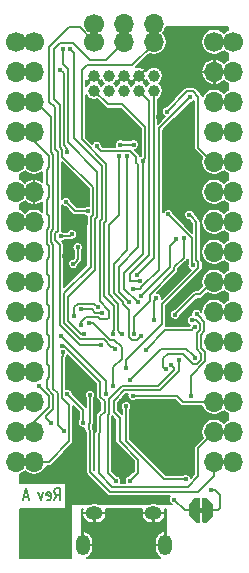
<source format=gbl>
G04 #@! TF.GenerationSoftware,KiCad,Pcbnew,5.1.6-c6e7f7d~86~ubuntu18.04.1*
G04 #@! TF.CreationDate,2020-06-07T15:31:20-07:00*
G04 #@! TF.ProjectId,Empyrean,456d7079-7265-4616-9e2e-6b696361645f,A*
G04 #@! TF.SameCoordinates,Original*
G04 #@! TF.FileFunction,Copper,L2,Bot*
G04 #@! TF.FilePolarity,Positive*
%FSLAX46Y46*%
G04 Gerber Fmt 4.6, Leading zero omitted, Abs format (unit mm)*
G04 Created by KiCad (PCBNEW 5.1.6-c6e7f7d~86~ubuntu18.04.1) date 2020-06-07 15:31:20*
%MOMM*%
%LPD*%
G01*
G04 APERTURE LIST*
G04 #@! TA.AperFunction,NonConductor*
%ADD10C,0.200000*%
G04 #@! TD*
G04 #@! TA.AperFunction,EtchedComponent*
%ADD11C,0.100000*%
G04 #@! TD*
G04 #@! TA.AperFunction,SMDPad,CuDef*
%ADD12C,0.100000*%
G04 #@! TD*
G04 #@! TA.AperFunction,ComponentPad*
%ADD13O,1.200000X1.750000*%
G04 #@! TD*
G04 #@! TA.AperFunction,ComponentPad*
%ADD14O,1.450000X1.150000*%
G04 #@! TD*
G04 #@! TA.AperFunction,ComponentPad*
%ADD15C,1.000000*%
G04 #@! TD*
G04 #@! TA.AperFunction,ComponentPad*
%ADD16O,1.700000X1.700000*%
G04 #@! TD*
G04 #@! TA.AperFunction,ComponentPad*
%ADD17C,1.700000*%
G04 #@! TD*
G04 #@! TA.AperFunction,ViaPad*
%ADD18C,0.400000*%
G04 #@! TD*
G04 #@! TA.AperFunction,Conductor*
%ADD19C,0.200000*%
G04 #@! TD*
G04 #@! TA.AperFunction,Conductor*
%ADD20C,0.180000*%
G04 #@! TD*
G04 APERTURE END LIST*
D10*
X128247619Y-140352380D02*
X128514285Y-139876190D01*
X128704761Y-140352380D02*
X128704761Y-139352380D01*
X128400000Y-139352380D01*
X128323809Y-139400000D01*
X128285714Y-139447619D01*
X128247619Y-139542857D01*
X128247619Y-139685714D01*
X128285714Y-139780952D01*
X128323809Y-139828571D01*
X128400000Y-139876190D01*
X128704761Y-139876190D01*
X127600000Y-140304761D02*
X127676190Y-140352380D01*
X127828571Y-140352380D01*
X127904761Y-140304761D01*
X127942857Y-140209523D01*
X127942857Y-139828571D01*
X127904761Y-139733333D01*
X127828571Y-139685714D01*
X127676190Y-139685714D01*
X127600000Y-139733333D01*
X127561904Y-139828571D01*
X127561904Y-139923809D01*
X127942857Y-140019047D01*
X127295238Y-139685714D02*
X127104761Y-140352380D01*
X126914285Y-139685714D01*
X126038095Y-140066666D02*
X125657142Y-140066666D01*
X126114285Y-140352380D02*
X125847619Y-139352380D01*
X125580952Y-140352380D01*
D11*
G36*
X140550000Y-141350000D02*
G01*
X140850000Y-141350000D01*
X140850000Y-141000000D01*
X140550000Y-141000000D01*
X140550000Y-141350000D01*
G37*
X140550000Y-141350000D02*
X140850000Y-141350000D01*
X140850000Y-141000000D01*
X140550000Y-141000000D01*
X140550000Y-141350000D01*
G04 #@! TA.AperFunction,SMDPad,CuDef*
D12*
G36*
X140840245Y-142249039D02*
G01*
X140830866Y-142246194D01*
X140822221Y-142241573D01*
X140814645Y-142235355D01*
X140808427Y-142227779D01*
X140803806Y-142219134D01*
X140800961Y-142209755D01*
X140800000Y-142200000D01*
X140800000Y-140200000D01*
X140800961Y-140190245D01*
X140803806Y-140180866D01*
X140808427Y-140172221D01*
X140814645Y-140164645D01*
X140822221Y-140158427D01*
X140830866Y-140153806D01*
X140840245Y-140150961D01*
X140850000Y-140150000D01*
X141150000Y-140150000D01*
X141159755Y-140150961D01*
X141169134Y-140153806D01*
X141177779Y-140158427D01*
X141185355Y-140164645D01*
X141685355Y-140664645D01*
X141691573Y-140672221D01*
X141696194Y-140680866D01*
X141699039Y-140690245D01*
X141700000Y-140700000D01*
X141700000Y-141700000D01*
X141699039Y-141709755D01*
X141696194Y-141719134D01*
X141691573Y-141727779D01*
X141685355Y-141735355D01*
X141185355Y-142235355D01*
X141177779Y-142241573D01*
X141169134Y-142246194D01*
X141159755Y-142249039D01*
X141150000Y-142250000D01*
X140850000Y-142250000D01*
X140840245Y-142249039D01*
G37*
G04 #@! TD.AperFunction*
G04 #@! TA.AperFunction,SMDPad,CuDef*
G36*
X140240245Y-142249039D02*
G01*
X140230866Y-142246194D01*
X140222221Y-142241573D01*
X140214645Y-142235355D01*
X139714645Y-141735355D01*
X139708427Y-141727779D01*
X139703806Y-141719134D01*
X139700961Y-141709755D01*
X139700000Y-141700000D01*
X139700000Y-140700000D01*
X139700961Y-140690245D01*
X139703806Y-140680866D01*
X139710957Y-140668765D01*
X140110957Y-140168765D01*
X140117800Y-140161748D01*
X140125882Y-140156202D01*
X140134890Y-140152338D01*
X140144478Y-140150306D01*
X140150000Y-140150000D01*
X140550000Y-140150000D01*
X140559755Y-140150961D01*
X140569134Y-140153806D01*
X140577779Y-140158427D01*
X140585355Y-140164645D01*
X140591573Y-140172221D01*
X140596194Y-140180866D01*
X140599039Y-140190245D01*
X140600000Y-140200000D01*
X140600000Y-142200000D01*
X140599039Y-142209755D01*
X140596194Y-142219134D01*
X140591573Y-142227779D01*
X140585355Y-142235355D01*
X140577779Y-142241573D01*
X140569134Y-142246194D01*
X140559755Y-142249039D01*
X140550000Y-142250000D01*
X140250000Y-142250000D01*
X140240245Y-142249039D01*
G37*
G04 #@! TD.AperFunction*
D13*
X130650000Y-144150000D03*
X137650000Y-144150000D03*
D14*
X131650000Y-141450000D03*
X136650000Y-141450000D03*
D15*
X131610000Y-105685000D03*
X131610000Y-104415000D03*
X132880000Y-105685000D03*
X132880000Y-104415000D03*
X134150000Y-105685000D03*
X134150000Y-104415000D03*
X135420000Y-105685000D03*
X135420000Y-104415000D03*
X136690000Y-105685000D03*
X136690000Y-104415000D03*
D16*
X136690000Y-101550000D03*
X134150000Y-101550000D03*
D17*
X131610000Y-101550000D03*
D16*
X125010000Y-137110000D03*
X125010000Y-134570000D03*
X125010000Y-132030000D03*
X125010000Y-129490000D03*
X125010000Y-126950000D03*
X125010000Y-124410000D03*
X125010000Y-121870000D03*
X125010000Y-119330000D03*
X125010000Y-116790000D03*
X125010000Y-114250000D03*
X125010000Y-111710000D03*
X125010000Y-109170000D03*
X125010000Y-106630000D03*
X125010000Y-104090000D03*
D17*
X125010000Y-101550000D03*
X143370000Y-101550000D03*
D16*
X143370000Y-104090000D03*
X143370000Y-106630000D03*
X143370000Y-109170000D03*
X143370000Y-111710000D03*
X143370000Y-114250000D03*
X143370000Y-116790000D03*
X143370000Y-119330000D03*
X143370000Y-121870000D03*
X143370000Y-124410000D03*
X143370000Y-126950000D03*
X143370000Y-129490000D03*
X143370000Y-132030000D03*
X143370000Y-134570000D03*
X143370000Y-137110000D03*
D17*
X141800000Y-101550000D03*
D16*
X141800000Y-104090000D03*
X141800000Y-106630000D03*
X141800000Y-109170000D03*
X141800000Y-111710000D03*
X141800000Y-114250000D03*
X141800000Y-116790000D03*
X141800000Y-119330000D03*
X141800000Y-121870000D03*
X141800000Y-124410000D03*
X141800000Y-126950000D03*
X141800000Y-129490000D03*
X141800000Y-132030000D03*
X141800000Y-134570000D03*
X141800000Y-137110000D03*
D17*
X126550000Y-101550000D03*
D16*
X126550000Y-104090000D03*
X126550000Y-106630000D03*
X126550000Y-109170000D03*
X126550000Y-111710000D03*
X126550000Y-114250000D03*
X126550000Y-116790000D03*
X126550000Y-119330000D03*
X126550000Y-121870000D03*
X126550000Y-124410000D03*
X126550000Y-126950000D03*
X126550000Y-129490000D03*
X126550000Y-132030000D03*
X126550000Y-134570000D03*
X126550000Y-137110000D03*
X136690000Y-100000000D03*
X134150000Y-100000000D03*
D17*
X131610000Y-100000000D03*
D18*
X131639979Y-134132906D03*
X129200000Y-113550000D03*
X130821080Y-120328912D03*
X138739979Y-121344249D03*
X139295985Y-120448104D03*
X139600000Y-122250000D03*
X137850000Y-125450000D03*
X133750000Y-132550000D03*
X133250000Y-134350000D03*
X130600000Y-131450000D03*
X131950000Y-132300000D03*
X137300000Y-140550000D03*
X135700000Y-140550000D03*
X134850000Y-137250000D03*
X133250000Y-136900000D03*
X135450000Y-109000000D03*
X135450000Y-110800000D03*
X139270000Y-108460000D03*
X137600000Y-110150000D03*
X129100000Y-119700000D03*
X137000000Y-107900000D03*
X140450000Y-132850000D03*
X137050000Y-132050000D03*
X139650000Y-102850000D03*
X129200000Y-116500000D03*
X130906445Y-116863321D03*
X127994947Y-133822658D03*
X141500000Y-139500000D03*
X130694258Y-133786249D03*
X134335592Y-132400977D03*
X128750000Y-103900000D03*
X129250000Y-115105002D03*
X136900000Y-123250000D03*
X136700000Y-125100000D03*
X139400000Y-138600000D03*
X129366053Y-110900000D03*
X129366053Y-131407517D03*
X131080001Y-115893045D03*
X131846605Y-110380352D03*
X134563544Y-123581042D03*
X134900000Y-122450000D03*
X139750000Y-106250000D03*
X133450000Y-138700000D03*
X138150000Y-128950000D03*
X138822218Y-128473682D03*
X134650000Y-138700000D03*
X139979398Y-120458066D03*
X139800000Y-131549990D03*
X137900000Y-116150000D03*
X140300000Y-124600000D03*
X135272367Y-121270430D03*
X135475583Y-121813666D03*
X135300000Y-123575022D03*
X135750001Y-111600000D03*
X132233461Y-127224937D03*
X133401569Y-127551569D03*
X133215190Y-126280010D03*
X130509706Y-125529536D03*
X129600000Y-102150000D03*
X130798124Y-126255381D03*
X129000000Y-102150000D03*
X128800021Y-118014677D03*
X129750002Y-117850000D03*
X129861068Y-120350009D03*
X130235011Y-118950000D03*
X131193607Y-125324473D03*
X133226007Y-130718112D03*
X126970635Y-130683848D03*
X128950010Y-127845532D03*
X133850000Y-110249980D03*
X134969990Y-110250000D03*
X133700000Y-111250000D03*
X133960171Y-126280010D03*
X134450000Y-111250000D03*
X135595967Y-126429614D03*
X137800000Y-107450000D03*
X139700000Y-116200000D03*
X134362771Y-129137228D03*
X135035581Y-126280010D03*
X139208312Y-118169425D03*
X135626686Y-123050012D03*
X131919467Y-123998304D03*
X138583437Y-118254464D03*
X129910043Y-124750000D03*
X138482116Y-124642874D03*
X132269990Y-124495839D03*
X130520898Y-124201442D03*
X137698201Y-129290734D03*
X139910918Y-125136394D03*
X136000000Y-127600000D03*
X140132201Y-125701134D03*
X134652921Y-130175333D03*
X140186181Y-128301332D03*
X134894193Y-131515355D03*
X132633618Y-131363604D03*
X128830010Y-126443867D03*
X128913296Y-127279917D03*
X131269990Y-131444067D03*
X138400000Y-140300000D03*
X129050000Y-134510000D03*
D19*
X131739979Y-132510021D02*
X131739979Y-134032906D01*
X131950000Y-132300000D02*
X131739979Y-132510021D01*
X131739979Y-134032906D02*
X131639979Y-134132906D01*
X139295985Y-120730946D02*
X139295985Y-120448104D01*
X139295985Y-120788243D02*
X139295985Y-120730946D01*
X138739979Y-121344249D02*
X139295985Y-120788243D01*
X137850000Y-125167158D02*
X137850000Y-124000000D01*
X137850000Y-124000000D02*
X139600000Y-122250000D01*
X137850000Y-125450000D02*
X137850000Y-125167158D01*
X133750000Y-132550000D02*
X133750000Y-132000000D01*
X133950000Y-131800000D02*
X134500000Y-131800000D01*
X134500000Y-131800000D02*
X134700000Y-132000000D01*
X133750000Y-132000000D02*
X133950000Y-131800000D01*
X134700000Y-132000000D02*
X137000000Y-132000000D01*
X131750001Y-130962375D02*
X131750001Y-132100001D01*
X131067158Y-130700000D02*
X131487626Y-130700000D01*
X130600000Y-131450000D02*
X130600000Y-131167158D01*
X131750001Y-132100001D02*
X131950000Y-132300000D01*
X131487626Y-130700000D02*
X131750001Y-130962375D01*
X130600000Y-131167158D02*
X131067158Y-130700000D01*
X133250000Y-136900000D02*
X133250000Y-134350000D01*
X135700000Y-140550000D02*
X137300000Y-140550000D01*
X133250000Y-136900000D02*
X134500000Y-136900000D01*
X134500000Y-136900000D02*
X134850000Y-137250000D01*
X135450000Y-110800000D02*
X135450000Y-109000000D01*
X130821080Y-116948686D02*
X130906445Y-116863321D01*
X130821080Y-120328912D02*
X130821080Y-116948686D01*
X127599989Y-118638565D02*
X127826010Y-118864586D01*
X127826010Y-127415414D02*
X127599989Y-127641435D01*
X127826010Y-124875414D02*
X127599989Y-125101435D01*
X126550000Y-109968576D02*
X127826010Y-111244586D01*
X127599989Y-122561435D02*
X127599989Y-123718565D01*
X127572132Y-133399843D02*
X127794948Y-133622659D01*
X127599989Y-121178565D02*
X127826010Y-121404586D01*
X127599989Y-120021435D02*
X127599989Y-121178565D01*
X127826010Y-114715414D02*
X127599989Y-114941435D01*
X127599989Y-123718565D02*
X127826010Y-123944586D01*
X127826010Y-117255414D02*
X127599989Y-117481435D01*
X127599989Y-113558565D02*
X127826010Y-113784586D01*
X127826010Y-121404586D02*
X127826010Y-122335414D01*
X127826010Y-118864586D02*
X127826010Y-119795414D01*
X127826010Y-119795414D02*
X127599989Y-120021435D01*
X128186015Y-132644538D02*
X127572132Y-133258422D01*
X127794948Y-133622659D02*
X127994947Y-133822658D01*
X127826010Y-123944586D02*
X127826010Y-124875414D01*
X128186015Y-131415468D02*
X128186015Y-132644538D01*
X127599989Y-117481435D02*
X127599989Y-118638565D01*
X127599989Y-130829443D02*
X128186015Y-131415468D01*
X127826010Y-129024586D02*
X127826010Y-129955414D01*
X127599989Y-112401435D02*
X127599989Y-113558565D01*
X127826010Y-112175414D02*
X127599989Y-112401435D01*
X127826010Y-122335414D02*
X127599989Y-122561435D01*
X127599989Y-128798565D02*
X127826010Y-129024586D01*
X127826010Y-111244586D02*
X127826010Y-112175414D01*
X127599989Y-127641435D02*
X127599989Y-128798565D01*
X127826010Y-126484586D02*
X127826010Y-127415414D01*
X127826010Y-113784586D02*
X127826010Y-114715414D01*
X127599989Y-125101435D02*
X127599989Y-126258565D01*
X127826010Y-129955414D02*
X127599989Y-130181435D01*
X127599989Y-116098565D02*
X127826010Y-116324586D01*
X127599989Y-114941435D02*
X127599989Y-116098565D01*
X127572132Y-133258422D02*
X127572132Y-133399843D01*
X127599989Y-126258565D02*
X127826010Y-126484586D01*
X127599989Y-130181435D02*
X127599989Y-130829443D01*
X126550000Y-109170000D02*
X126550000Y-109968576D01*
X127826010Y-116324586D02*
X127826010Y-117255414D01*
X141500000Y-139500000D02*
X141520000Y-139520000D01*
X137572998Y-138600000D02*
X134335592Y-135362594D01*
X134335592Y-135362594D02*
X134335592Y-132683819D01*
X134335592Y-132683819D02*
X134335592Y-132400977D01*
X139400000Y-138600000D02*
X137572998Y-138600000D01*
X136700000Y-125100000D02*
X136700000Y-123450000D01*
X136700000Y-123450000D02*
X136900000Y-123250000D01*
X141500000Y-139500000D02*
X141850000Y-139500000D01*
X141850000Y-139500000D02*
X142300000Y-139950000D01*
X142300000Y-139950000D02*
X142300000Y-141050000D01*
X142150000Y-141200000D02*
X141480001Y-141200000D01*
X142300000Y-141050000D02*
X142150000Y-141200000D01*
X129366053Y-110617158D02*
X129366053Y-110900000D01*
X129060033Y-104210033D02*
X129060033Y-110311138D01*
X128750000Y-103900000D02*
X129060033Y-104210033D01*
X130694258Y-133786249D02*
X130694258Y-132735722D01*
X130694258Y-132735722D02*
X129566052Y-131607516D01*
X129060033Y-110311138D02*
X129366053Y-110617158D01*
X129566052Y-131607516D02*
X129366053Y-131407517D01*
X129250000Y-115105002D02*
X130038043Y-115893045D01*
X130038043Y-115893045D02*
X131080001Y-115893045D01*
X133724979Y-120575021D02*
X135339970Y-118960030D01*
X134659596Y-110769998D02*
X132236251Y-110769998D01*
X132236251Y-110769998D02*
X132046604Y-110580351D01*
X132046604Y-110580351D02*
X131846605Y-110380352D01*
X133724979Y-122742477D02*
X133724979Y-120575021D01*
X134563544Y-123581042D02*
X133724979Y-122742477D01*
X135339970Y-111920772D02*
X135189999Y-111770801D01*
X135189999Y-111770801D02*
X135189999Y-111300401D01*
X135189999Y-111300401D02*
X134659596Y-110769998D01*
X135339970Y-118960030D02*
X135339970Y-111920772D01*
X134900000Y-122450000D02*
X135511331Y-122450000D01*
X135711853Y-122249478D02*
X135718609Y-122249478D01*
X135718609Y-122249478D02*
X137140010Y-120828077D01*
X137140010Y-120828077D02*
X137140010Y-108859990D01*
X135511331Y-122450000D02*
X135711853Y-122249478D01*
X137140010Y-108859990D02*
X139750000Y-106250000D01*
X132889979Y-131785189D02*
X134019824Y-130655344D01*
X132770000Y-138020000D02*
X132770000Y-133157794D01*
X132889979Y-133037815D02*
X132889979Y-131785189D01*
X138349999Y-129349338D02*
X138349999Y-129149999D01*
X138349999Y-129149999D02*
X138150000Y-128950000D01*
X134019824Y-130655344D02*
X137043993Y-130655344D01*
X133450000Y-138700000D02*
X132770000Y-138020000D01*
X137043993Y-130655344D02*
X138349999Y-129349338D01*
X132770000Y-133157794D02*
X132889979Y-133037815D01*
X138822218Y-128756524D02*
X138822218Y-128473682D01*
X134177230Y-131035354D02*
X137201399Y-131035354D01*
X133369990Y-131842594D02*
X134177230Y-131035354D01*
X133269989Y-131992595D02*
X133369989Y-131892595D01*
X137201399Y-131035354D02*
X138822218Y-129414535D01*
X133780002Y-135369598D02*
X133780002Y-133390404D01*
X135330002Y-138019998D02*
X135330002Y-136919598D01*
X134650000Y-138700000D02*
X135330002Y-138019998D01*
X133780002Y-133390404D02*
X133269989Y-132880391D01*
X138822218Y-129414535D02*
X138822218Y-128756524D01*
X133369989Y-131892595D02*
X133369990Y-131842594D01*
X133269989Y-132880391D02*
X133269989Y-131992595D01*
X135330002Y-136919598D02*
X133780002Y-135369598D01*
X139900126Y-120378794D02*
X139979398Y-120458066D01*
X137900000Y-116150000D02*
X139900126Y-118150126D01*
X139900126Y-118150126D02*
X139900126Y-120378794D01*
X141052851Y-127830075D02*
X140670014Y-127447238D01*
X140499999Y-124799999D02*
X140300000Y-124600000D01*
X140670014Y-127447238D02*
X140670014Y-126353253D01*
X140952211Y-125252211D02*
X140499999Y-124799999D01*
X139800000Y-129847198D02*
X141052852Y-128594346D01*
X139800000Y-131549990D02*
X139800000Y-129847198D01*
X140952211Y-126071056D02*
X140952211Y-125252211D01*
X141052852Y-128594346D02*
X141052851Y-127830075D01*
X140670014Y-126353253D02*
X140952211Y-126071056D01*
X135472366Y-121070431D02*
X135272367Y-121270430D01*
X136690000Y-119852797D02*
X135472366Y-121070431D01*
X136690000Y-111345234D02*
X136690000Y-119852797D01*
X136690022Y-111345212D02*
X136690000Y-111345234D01*
X136690022Y-108454786D02*
X136690022Y-111345212D01*
X136690000Y-108454764D02*
X136690022Y-108454786D01*
X136690000Y-105685000D02*
X136690000Y-108454764D01*
X136310012Y-106575012D02*
X136310012Y-111620790D01*
X134636664Y-121813666D02*
X135192741Y-121813666D01*
X135420000Y-105685000D02*
X136310012Y-106575012D01*
X134624999Y-121802001D02*
X134636664Y-121813666D01*
X134624999Y-121238960D02*
X134624999Y-121802001D01*
X135192741Y-121813666D02*
X135475583Y-121813666D01*
X136310012Y-111620790D02*
X136239990Y-111690812D01*
X136239990Y-119623969D02*
X134624999Y-121238960D01*
X136239990Y-111690812D02*
X136239990Y-119623969D01*
X131610000Y-105685000D02*
X132775000Y-106850000D01*
X135750001Y-119513589D02*
X135750001Y-111882842D01*
X135750001Y-111882842D02*
X135750001Y-111600000D01*
X135950000Y-108789596D02*
X135950000Y-111400001D01*
X134174989Y-122450011D02*
X134174989Y-121088601D01*
X134174989Y-121088601D02*
X135750001Y-119513589D01*
X135950000Y-111400001D02*
X135750001Y-111600000D01*
X135300000Y-123575022D02*
X134174989Y-122450011D01*
X134010404Y-106850000D02*
X135950000Y-108789596D01*
X132775000Y-106850000D02*
X134010404Y-106850000D01*
X131610000Y-101550000D02*
X130395010Y-100335010D01*
X130434069Y-127224937D02*
X131950619Y-127224937D01*
X128546032Y-117553656D02*
X128340011Y-117759677D01*
X130395010Y-100335010D02*
X129517170Y-100335010D01*
X127846010Y-102006170D02*
X127846010Y-106606878D01*
X128340011Y-110630879D02*
X128546032Y-110836900D01*
X131950619Y-127224937D02*
X132233461Y-127224937D01*
X128546032Y-110836900D02*
X128546032Y-117553656D01*
X128730011Y-118750323D02*
X128730011Y-125520879D01*
X128340011Y-117759677D02*
X128340011Y-118360323D01*
X128730011Y-125520879D02*
X130434069Y-127224937D01*
X128340011Y-118360323D02*
X128730011Y-118750323D01*
X127846010Y-106606878D02*
X128340011Y-107100879D01*
X128340011Y-107100879D02*
X128340011Y-110630879D01*
X129517170Y-100335010D02*
X127846010Y-102006170D01*
X129090022Y-125371758D02*
X129090022Y-122820380D01*
X133401569Y-127551569D02*
X133201570Y-127351570D01*
X128226021Y-106407757D02*
X128226021Y-102163575D01*
X128719598Y-101669998D02*
X129830402Y-101669998D01*
X131510011Y-113870415D02*
X128906043Y-111266447D01*
X131330001Y-117076167D02*
X131336446Y-117069722D01*
X128906043Y-110687779D02*
X128700022Y-110481758D01*
X128226021Y-102163575D02*
X128719598Y-101669998D01*
X129830402Y-101669998D02*
X131250393Y-103089989D01*
X131250393Y-103089989D02*
X132610011Y-103089989D01*
X129090022Y-122820380D02*
X131330001Y-120580401D01*
X133300001Y-102399999D02*
X134150000Y-101550000D01*
X132422744Y-126735382D02*
X130453646Y-126735382D01*
X131510011Y-116246458D02*
X131510011Y-113870415D01*
X131330001Y-120580401D02*
X131330001Y-117076167D01*
X131336446Y-117069722D02*
X131336446Y-116420023D01*
X130453646Y-126735382D02*
X129090022Y-125371758D01*
X132610011Y-103089989D02*
X133300001Y-102399999D01*
X131336446Y-116420023D02*
X131510011Y-116246458D01*
X128700022Y-106881758D02*
X128226021Y-106407757D01*
X133038932Y-127351570D02*
X132422744Y-126735382D01*
X128906043Y-111266447D02*
X128906043Y-110687779D01*
X133201570Y-127351570D02*
X133038932Y-127351570D01*
X128700022Y-110481758D02*
X128700022Y-106881758D01*
X130600000Y-103950000D02*
X130600000Y-109812584D01*
X133280011Y-123892595D02*
X133280011Y-125932347D01*
X132470033Y-123082616D02*
X133280011Y-123892595D01*
X133280011Y-125932347D02*
X133215190Y-125997168D01*
X133215190Y-125997168D02*
X133215190Y-126280010D01*
X132650042Y-116718675D02*
X132470033Y-116898684D01*
X131010001Y-103539999D02*
X130600000Y-103950000D01*
X136690000Y-101702400D02*
X134852401Y-103539999D01*
X132470033Y-116898684D02*
X132470033Y-123082616D01*
X130600000Y-109812584D02*
X132650042Y-111862626D01*
X136690000Y-101550000D02*
X136690000Y-101702400D01*
X132650042Y-111862626D02*
X132650042Y-116718675D01*
X134852401Y-103539999D02*
X131010001Y-103539999D01*
X130509706Y-125246694D02*
X130509706Y-125529536D01*
X132113747Y-125050000D02*
X131922063Y-124858316D01*
X132270032Y-116561269D02*
X132090023Y-116741278D01*
X131531661Y-124858316D02*
X131506661Y-124833316D01*
X130923084Y-124833316D02*
X130509706Y-125246694D01*
X131506661Y-124833316D02*
X130923084Y-124833316D01*
X131922063Y-124858316D02*
X131531661Y-124858316D01*
X132900000Y-124900000D02*
X132750000Y-125050000D01*
X132090022Y-123490022D02*
X132900000Y-124300000D01*
X132270032Y-112020032D02*
X132270032Y-116561269D01*
X129937808Y-109687808D02*
X132270032Y-112020032D01*
X129937808Y-102487808D02*
X129937808Y-109687808D01*
X132090023Y-116741278D02*
X132090022Y-123490022D01*
X132750000Y-125050000D02*
X132113747Y-125050000D01*
X132900000Y-124300000D02*
X132900000Y-124900000D01*
X129600000Y-102150000D02*
X129937808Y-102487808D01*
X131890022Y-116403863D02*
X131710012Y-116583873D01*
X131890022Y-112540022D02*
X131890022Y-116403863D01*
X129000000Y-102150000D02*
X129000000Y-103439598D01*
X129420044Y-103859642D02*
X129420044Y-110070044D01*
X131710012Y-116583873D02*
X131710012Y-120904144D01*
X129450033Y-123164123D02*
X129450033Y-125190132D01*
X130515282Y-126255381D02*
X130798124Y-126255381D01*
X129000000Y-103439598D02*
X129420044Y-103859642D01*
X129420044Y-110070044D02*
X131890022Y-112540022D01*
X129450033Y-125190132D02*
X130515282Y-126255381D01*
X131710012Y-120904144D02*
X129450033Y-123164123D01*
X128800021Y-118014677D02*
X129585325Y-118014677D01*
X129585325Y-118014677D02*
X129750002Y-117850000D01*
X130061067Y-120150010D02*
X129861068Y-120350009D01*
X130235011Y-119976066D02*
X130061067Y-120150010D01*
X130235011Y-118950000D02*
X130235011Y-119976066D01*
X133950000Y-128363590D02*
X133950000Y-127388219D01*
X133226007Y-129087583D02*
X133950000Y-128363590D01*
X133226007Y-130718112D02*
X133226007Y-129087583D01*
X131476449Y-125324473D02*
X131193607Y-125324473D01*
X131557315Y-125324473D02*
X131476449Y-125324473D01*
X132992853Y-126760011D02*
X131557315Y-125324473D01*
X133321792Y-126760011D02*
X132992853Y-126760011D01*
X133950000Y-127388219D02*
X133321792Y-126760011D01*
X133204522Y-130718112D02*
X133226007Y-130718112D01*
X126702400Y-132030000D02*
X126550000Y-132030000D01*
X126970635Y-130709219D02*
X126970635Y-130683848D01*
X126550000Y-134570000D02*
X126550000Y-133771422D01*
X127826005Y-132495417D02*
X127826005Y-131564589D01*
X126550000Y-133771422D02*
X127826005Y-132495417D01*
X127826005Y-131564589D02*
X126970635Y-130709219D01*
X128950010Y-128128374D02*
X128950010Y-127845532D01*
X128906043Y-128172341D02*
X128950010Y-128128374D01*
X127766000Y-137110000D02*
X129530001Y-135345999D01*
X128906043Y-131666911D02*
X128906043Y-128172341D01*
X129530001Y-132290869D02*
X128906043Y-131666911D01*
X126550000Y-137110000D02*
X127766000Y-137110000D01*
X129530001Y-135345999D02*
X129530001Y-132290869D01*
X134969970Y-110249980D02*
X133850000Y-110249980D01*
X134969970Y-110249980D02*
X134969990Y-110250000D01*
X133660022Y-125979861D02*
X133760172Y-126080011D01*
X133660022Y-123735190D02*
X133660022Y-125979861D01*
X132850044Y-117056089D02*
X132850044Y-122925211D01*
X132850044Y-122925211D02*
X133660022Y-123735190D01*
X133700000Y-116206133D02*
X132850044Y-117056089D01*
X133700000Y-111250000D02*
X133700000Y-116206133D01*
X133760172Y-126080011D02*
X133960171Y-126280010D01*
X134450000Y-111250000D02*
X134450000Y-119213590D01*
X134805179Y-126760012D02*
X135265569Y-126760012D01*
X134040033Y-123577785D02*
X134040033Y-123777784D01*
X135265569Y-126760012D02*
X135395968Y-126629613D01*
X135395968Y-126629613D02*
X135595967Y-126429614D01*
X134555579Y-126510412D02*
X134805179Y-126760012D01*
X133274970Y-120388620D02*
X133274970Y-122812722D01*
X134450000Y-119213590D02*
X133274970Y-120388620D01*
X134040033Y-123777784D02*
X134555579Y-124293331D01*
X133274970Y-122812722D02*
X134040033Y-123577785D01*
X134555579Y-124293331D02*
X134555579Y-126510412D01*
X137800000Y-107450000D02*
X139525001Y-105724999D01*
X139525001Y-105724999D02*
X140002001Y-105724999D01*
X140458990Y-110521390D02*
X141647600Y-111710000D01*
X140002001Y-105724999D02*
X140458990Y-106181988D01*
X140458990Y-106181988D02*
X140458990Y-110521390D01*
X141647600Y-111710000D02*
X141800000Y-111710000D01*
X140287024Y-120055290D02*
X140287024Y-116787024D01*
X139899999Y-116399999D02*
X139700000Y-116200000D01*
X140287024Y-116787024D02*
X139899999Y-116399999D01*
X140459399Y-120227665D02*
X140287024Y-120055290D01*
X137369999Y-123777867D02*
X140459399Y-120688467D01*
X137369999Y-125457001D02*
X137369999Y-123777867D01*
X134362771Y-129137228D02*
X134362771Y-128464229D01*
X134362771Y-128464229D02*
X137369999Y-125457001D01*
X140459399Y-120688467D02*
X140459399Y-120227665D01*
X141647600Y-114250000D02*
X141800000Y-114250000D01*
X138419989Y-120619607D02*
X138419989Y-120869609D01*
X139208312Y-118169425D02*
X139208312Y-119831284D01*
X136319989Y-122969609D02*
X136319989Y-123533315D01*
X139208312Y-119831284D02*
X138419989Y-120619607D01*
X138419989Y-120869609D02*
X136319989Y-122969609D01*
X136319989Y-123533315D02*
X135035581Y-124817723D01*
X135035581Y-124817723D02*
X135035581Y-125997168D01*
X135035581Y-125997168D02*
X135035581Y-126280010D01*
X138039978Y-120636720D02*
X138039978Y-118797923D01*
X135626686Y-123050012D02*
X138039978Y-120636720D01*
X138383438Y-118454463D02*
X138583437Y-118254464D01*
X138039978Y-118797923D02*
X138383438Y-118454463D01*
X129910043Y-124467158D02*
X129910043Y-124750000D01*
X129910043Y-124039957D02*
X129910043Y-124467158D01*
X131642603Y-123721440D02*
X130228560Y-123721440D01*
X131919467Y-123998304D02*
X131642603Y-123721440D01*
X130228560Y-123721440D02*
X129910043Y-124039957D01*
X138682115Y-124442875D02*
X138482116Y-124642874D01*
X140191390Y-122933600D02*
X138682115Y-124442875D01*
X140584000Y-122933600D02*
X140191390Y-122933600D01*
X141647600Y-121870000D02*
X140584000Y-122933600D01*
X141800000Y-121870000D02*
X141647600Y-121870000D01*
X131689066Y-124478305D02*
X132252456Y-124478305D01*
X131412203Y-124201442D02*
X131689066Y-124478305D01*
X132252456Y-124478305D02*
X132269990Y-124495839D01*
X130520898Y-124201442D02*
X131412203Y-124201442D01*
X139977273Y-128808077D02*
X140329989Y-128808077D01*
X140329989Y-128808077D02*
X140692841Y-128445225D01*
X140310003Y-127596359D02*
X140310003Y-126204132D01*
X140310003Y-126204132D02*
X140592202Y-125921935D01*
X140248261Y-125136394D02*
X140193760Y-125136394D01*
X140193760Y-125136394D02*
X139910918Y-125136394D01*
X137498202Y-128351798D02*
X137900000Y-127950000D01*
X137698201Y-129290734D02*
X137498202Y-129090735D01*
X139119196Y-127950000D02*
X139977273Y-128808077D01*
X140592202Y-125921935D02*
X140592202Y-125480333D01*
X140592202Y-125480333D02*
X140248261Y-125136394D01*
X137900000Y-127950000D02*
X139119196Y-127950000D01*
X140692841Y-128445225D02*
X140692841Y-127979197D01*
X137498202Y-129090735D02*
X137498202Y-128351798D01*
X140692841Y-127979197D02*
X140310003Y-127596359D01*
X139903334Y-125930001D02*
X139932202Y-125901133D01*
X136000000Y-127600000D02*
X137669999Y-125930001D01*
X137669999Y-125930001D02*
X139903334Y-125930001D01*
X139932202Y-125901133D02*
X140132201Y-125701134D01*
X141647600Y-129490000D02*
X141800000Y-129490000D01*
X137314043Y-127514211D02*
X139399060Y-127514211D01*
X134652921Y-130175333D02*
X137314043Y-127514211D01*
X139986182Y-128101333D02*
X140186181Y-128301332D01*
X139399060Y-127514211D02*
X139986182Y-128101333D01*
X135177035Y-131515355D02*
X134894193Y-131515355D01*
X139130000Y-132030000D02*
X138615355Y-131515355D01*
X138615355Y-131515355D02*
X135177035Y-131515355D01*
X141800000Y-132030000D02*
X139130000Y-132030000D01*
X141647600Y-132030000D02*
X141800000Y-132030000D01*
X132633618Y-131363604D02*
X132633618Y-130247475D01*
X129030009Y-126643866D02*
X128830010Y-126443867D01*
X132633618Y-130247475D02*
X129030009Y-126643866D01*
X132000000Y-138050000D02*
X132000000Y-134712584D01*
X139552001Y-139225001D02*
X133175001Y-139225001D01*
X141800000Y-134570000D02*
X140458990Y-135911010D01*
X140458990Y-138318012D02*
X139552001Y-139225001D01*
X132509978Y-131950368D02*
X132153616Y-131594006D01*
X132153616Y-131594006D02*
X132153616Y-130368336D01*
X132153616Y-130368336D02*
X129065197Y-127279917D01*
X132509978Y-132860428D02*
X132509978Y-131950368D01*
X129065197Y-127279917D02*
X128913296Y-127279917D01*
X133175001Y-139225001D02*
X132000000Y-138050000D01*
X132000000Y-134712584D02*
X132119989Y-134592595D01*
X140458990Y-135911010D02*
X140458990Y-138318012D01*
X132119989Y-134592595D02*
X132119989Y-133250417D01*
X132119989Y-133250417D02*
X132509978Y-132860428D01*
X141800000Y-137110000D02*
X141800000Y-138312081D01*
X131280001Y-137943413D02*
X131280001Y-134483330D01*
X141800000Y-138312081D02*
X140437070Y-139675011D01*
X131159978Y-133902505D02*
X131269990Y-133792493D01*
X131159978Y-134363307D02*
X131159978Y-133902505D01*
X140437070Y-139675011D02*
X133011599Y-139675011D01*
X131269990Y-133792493D02*
X131269990Y-131726909D01*
X133011599Y-139675011D02*
X131280001Y-137943413D01*
X131269990Y-131726909D02*
X131269990Y-131444067D01*
X131280001Y-134483330D02*
X131159978Y-134363307D01*
X139300000Y-141200000D02*
X138400000Y-140300000D01*
X139300000Y-141200000D02*
X139919999Y-141200000D01*
X127960000Y-117630556D02*
X128186021Y-117404535D01*
X127960000Y-118489444D02*
X127960000Y-117630556D01*
X128186021Y-118715465D02*
X127960000Y-118489444D01*
X128186021Y-130906342D02*
X128186021Y-118715465D01*
X129050000Y-134510000D02*
X128546026Y-134006026D01*
X128186021Y-111095465D02*
X127960000Y-110869444D01*
X128546026Y-134006026D02*
X128546026Y-131266347D01*
X128186021Y-117404535D02*
X128186021Y-111095465D01*
X128546026Y-131266347D02*
X128186021Y-130906342D01*
X126702400Y-106630000D02*
X126550000Y-106630000D01*
X127960000Y-107887600D02*
X126702400Y-106630000D01*
X127960000Y-110869444D02*
X127960000Y-107887600D01*
G36*
X130682039Y-141138249D02*
G01*
X130640036Y-141288483D01*
X130700391Y-141425000D01*
X131625000Y-141425000D01*
X131625000Y-141405000D01*
X131675000Y-141405000D01*
X131675000Y-141425000D01*
X132599609Y-141425000D01*
X132659964Y-141288483D01*
X132617961Y-141138249D01*
X132598901Y-141100000D01*
X135701099Y-141100000D01*
X135682039Y-141138249D01*
X135640036Y-141288483D01*
X135700391Y-141425000D01*
X136625000Y-141425000D01*
X136625000Y-141405000D01*
X136675000Y-141405000D01*
X136675000Y-141425000D01*
X137599609Y-141425000D01*
X137659964Y-141288483D01*
X137617961Y-141138249D01*
X137598901Y-141100000D01*
X137700000Y-141100000D01*
X137700000Y-143000000D01*
X137701921Y-143019509D01*
X137707120Y-143036645D01*
X137675000Y-143050379D01*
X137675000Y-144125000D01*
X137695000Y-144125000D01*
X137695000Y-144175000D01*
X137675000Y-144175000D01*
X137675000Y-144195000D01*
X137625000Y-144195000D01*
X137625000Y-144175000D01*
X136750000Y-144175000D01*
X136750000Y-144450000D01*
X136772171Y-144625101D01*
X136828076Y-144792512D01*
X136915567Y-144945800D01*
X137031282Y-145079074D01*
X137170774Y-145187212D01*
X137246453Y-145225000D01*
X131053547Y-145225000D01*
X131129226Y-145187212D01*
X131268718Y-145079074D01*
X131384433Y-144945800D01*
X131471924Y-144792512D01*
X131527829Y-144625101D01*
X131550000Y-144450000D01*
X131550000Y-144175000D01*
X130675000Y-144175000D01*
X130675000Y-144195000D01*
X130625000Y-144195000D01*
X130625000Y-144175000D01*
X130605000Y-144175000D01*
X130605000Y-144125000D01*
X130625000Y-144125000D01*
X130625000Y-143050379D01*
X130675000Y-143050379D01*
X130675000Y-144125000D01*
X131550000Y-144125000D01*
X131550000Y-143850000D01*
X136750000Y-143850000D01*
X136750000Y-144125000D01*
X137625000Y-144125000D01*
X137625000Y-143050379D01*
X137484571Y-142990334D01*
X137328682Y-143033941D01*
X137170774Y-143112788D01*
X137031282Y-143220926D01*
X136915567Y-143354200D01*
X136828076Y-143507488D01*
X136772171Y-143674899D01*
X136750000Y-143850000D01*
X131550000Y-143850000D01*
X131527829Y-143674899D01*
X131471924Y-143507488D01*
X131384433Y-143354200D01*
X131268718Y-143220926D01*
X131129226Y-143112788D01*
X130971318Y-143033941D01*
X130815429Y-142990334D01*
X130675000Y-143050379D01*
X130625000Y-143050379D01*
X130592880Y-143036645D01*
X130598079Y-143019509D01*
X130600000Y-143000000D01*
X130600000Y-141611517D01*
X130640036Y-141611517D01*
X130682039Y-141761751D01*
X130758575Y-141915337D01*
X130863604Y-142051041D01*
X130993089Y-142163647D01*
X131142055Y-142248828D01*
X131304776Y-142303310D01*
X131475000Y-142325000D01*
X131625000Y-142325000D01*
X131625000Y-141475000D01*
X131675000Y-141475000D01*
X131675000Y-142325000D01*
X131825000Y-142325000D01*
X131995224Y-142303310D01*
X132157945Y-142248828D01*
X132306911Y-142163647D01*
X132436396Y-142051041D01*
X132541425Y-141915337D01*
X132617961Y-141761751D01*
X132659964Y-141611517D01*
X135640036Y-141611517D01*
X135682039Y-141761751D01*
X135758575Y-141915337D01*
X135863604Y-142051041D01*
X135993089Y-142163647D01*
X136142055Y-142248828D01*
X136304776Y-142303310D01*
X136475000Y-142325000D01*
X136625000Y-142325000D01*
X136625000Y-141475000D01*
X136675000Y-141475000D01*
X136675000Y-142325000D01*
X136825000Y-142325000D01*
X136995224Y-142303310D01*
X137157945Y-142248828D01*
X137306911Y-142163647D01*
X137436396Y-142051041D01*
X137541425Y-141915337D01*
X137617961Y-141761751D01*
X137659964Y-141611517D01*
X137599609Y-141475000D01*
X136675000Y-141475000D01*
X136625000Y-141475000D01*
X135700391Y-141475000D01*
X135640036Y-141611517D01*
X132659964Y-141611517D01*
X132599609Y-141475000D01*
X131675000Y-141475000D01*
X131625000Y-141475000D01*
X130700391Y-141475000D01*
X130640036Y-141611517D01*
X130600000Y-141611517D01*
X130600000Y-141100000D01*
X130701099Y-141100000D01*
X130682039Y-141138249D01*
G37*
X130682039Y-141138249D02*
X130640036Y-141288483D01*
X130700391Y-141425000D01*
X131625000Y-141425000D01*
X131625000Y-141405000D01*
X131675000Y-141405000D01*
X131675000Y-141425000D01*
X132599609Y-141425000D01*
X132659964Y-141288483D01*
X132617961Y-141138249D01*
X132598901Y-141100000D01*
X135701099Y-141100000D01*
X135682039Y-141138249D01*
X135640036Y-141288483D01*
X135700391Y-141425000D01*
X136625000Y-141425000D01*
X136625000Y-141405000D01*
X136675000Y-141405000D01*
X136675000Y-141425000D01*
X137599609Y-141425000D01*
X137659964Y-141288483D01*
X137617961Y-141138249D01*
X137598901Y-141100000D01*
X137700000Y-141100000D01*
X137700000Y-143000000D01*
X137701921Y-143019509D01*
X137707120Y-143036645D01*
X137675000Y-143050379D01*
X137675000Y-144125000D01*
X137695000Y-144125000D01*
X137695000Y-144175000D01*
X137675000Y-144175000D01*
X137675000Y-144195000D01*
X137625000Y-144195000D01*
X137625000Y-144175000D01*
X136750000Y-144175000D01*
X136750000Y-144450000D01*
X136772171Y-144625101D01*
X136828076Y-144792512D01*
X136915567Y-144945800D01*
X137031282Y-145079074D01*
X137170774Y-145187212D01*
X137246453Y-145225000D01*
X131053547Y-145225000D01*
X131129226Y-145187212D01*
X131268718Y-145079074D01*
X131384433Y-144945800D01*
X131471924Y-144792512D01*
X131527829Y-144625101D01*
X131550000Y-144450000D01*
X131550000Y-144175000D01*
X130675000Y-144175000D01*
X130675000Y-144195000D01*
X130625000Y-144195000D01*
X130625000Y-144175000D01*
X130605000Y-144175000D01*
X130605000Y-144125000D01*
X130625000Y-144125000D01*
X130625000Y-143050379D01*
X130675000Y-143050379D01*
X130675000Y-144125000D01*
X131550000Y-144125000D01*
X131550000Y-143850000D01*
X136750000Y-143850000D01*
X136750000Y-144125000D01*
X137625000Y-144125000D01*
X137625000Y-143050379D01*
X137484571Y-142990334D01*
X137328682Y-143033941D01*
X137170774Y-143112788D01*
X137031282Y-143220926D01*
X136915567Y-143354200D01*
X136828076Y-143507488D01*
X136772171Y-143674899D01*
X136750000Y-143850000D01*
X131550000Y-143850000D01*
X131527829Y-143674899D01*
X131471924Y-143507488D01*
X131384433Y-143354200D01*
X131268718Y-143220926D01*
X131129226Y-143112788D01*
X130971318Y-143033941D01*
X130815429Y-142990334D01*
X130675000Y-143050379D01*
X130625000Y-143050379D01*
X130592880Y-143036645D01*
X130598079Y-143019509D01*
X130600000Y-143000000D01*
X130600000Y-141611517D01*
X130640036Y-141611517D01*
X130682039Y-141761751D01*
X130758575Y-141915337D01*
X130863604Y-142051041D01*
X130993089Y-142163647D01*
X131142055Y-142248828D01*
X131304776Y-142303310D01*
X131475000Y-142325000D01*
X131625000Y-142325000D01*
X131625000Y-141475000D01*
X131675000Y-141475000D01*
X131675000Y-142325000D01*
X131825000Y-142325000D01*
X131995224Y-142303310D01*
X132157945Y-142248828D01*
X132306911Y-142163647D01*
X132436396Y-142051041D01*
X132541425Y-141915337D01*
X132617961Y-141761751D01*
X132659964Y-141611517D01*
X135640036Y-141611517D01*
X135682039Y-141761751D01*
X135758575Y-141915337D01*
X135863604Y-142051041D01*
X135993089Y-142163647D01*
X136142055Y-142248828D01*
X136304776Y-142303310D01*
X136475000Y-142325000D01*
X136625000Y-142325000D01*
X136625000Y-141475000D01*
X136675000Y-141475000D01*
X136675000Y-142325000D01*
X136825000Y-142325000D01*
X136995224Y-142303310D01*
X137157945Y-142248828D01*
X137306911Y-142163647D01*
X137436396Y-142051041D01*
X137541425Y-141915337D01*
X137617961Y-141761751D01*
X137659964Y-141611517D01*
X137599609Y-141475000D01*
X136675000Y-141475000D01*
X136625000Y-141475000D01*
X135700391Y-141475000D01*
X135640036Y-141611517D01*
X132659964Y-141611517D01*
X132599609Y-141475000D01*
X131675000Y-141475000D01*
X131625000Y-141475000D01*
X130700391Y-141475000D01*
X130640036Y-141611517D01*
X130600000Y-141611517D01*
X130600000Y-141100000D01*
X130701099Y-141100000D01*
X130682039Y-141138249D01*
D20*
G36*
X130344259Y-132880698D02*
G01*
X130344258Y-133500082D01*
X130295473Y-133573094D01*
X130261552Y-133654989D01*
X130244258Y-133741928D01*
X130244258Y-133830570D01*
X130261552Y-133917509D01*
X130295473Y-133999404D01*
X130344720Y-134073107D01*
X130407400Y-134135787D01*
X130481103Y-134185034D01*
X130562998Y-134218955D01*
X130649937Y-134236249D01*
X130738579Y-134236249D01*
X130809978Y-134222046D01*
X130809978Y-134346118D01*
X130808285Y-134363307D01*
X130809978Y-134380495D01*
X130815043Y-134431918D01*
X130835056Y-134497893D01*
X130867556Y-134558696D01*
X130911293Y-134611991D01*
X130924653Y-134622956D01*
X130930002Y-134628304D01*
X130930001Y-137926225D01*
X130928308Y-137943413D01*
X130930001Y-137960601D01*
X130935066Y-138012024D01*
X130955079Y-138077999D01*
X130987579Y-138138802D01*
X131031316Y-138192097D01*
X131044677Y-138203062D01*
X132751954Y-139910341D01*
X132762914Y-139923696D01*
X132816209Y-139967433D01*
X132877012Y-139999933D01*
X132942987Y-140019946D01*
X132994410Y-140025011D01*
X132994412Y-140025011D01*
X133011598Y-140026704D01*
X133028784Y-140025011D01*
X138042531Y-140025011D01*
X138001215Y-140086845D01*
X137967294Y-140168740D01*
X137950000Y-140255679D01*
X137950000Y-140344321D01*
X137967294Y-140431260D01*
X138001215Y-140513155D01*
X138050462Y-140586858D01*
X138113142Y-140649538D01*
X138186845Y-140698785D01*
X138213921Y-140710000D01*
X137165674Y-140710000D01*
X137117241Y-140684112D01*
X136961728Y-140636938D01*
X136840521Y-140625000D01*
X136459479Y-140625000D01*
X136338272Y-140636938D01*
X136182759Y-140684112D01*
X136134326Y-140710000D01*
X132165674Y-140710000D01*
X132117241Y-140684112D01*
X131961728Y-140636938D01*
X131840521Y-140625000D01*
X131459479Y-140625000D01*
X131338272Y-140636938D01*
X131182759Y-140684112D01*
X131134326Y-140710000D01*
X129750000Y-140710000D01*
X129732442Y-140711729D01*
X129715558Y-140716851D01*
X129699999Y-140725168D01*
X129686360Y-140736360D01*
X129675168Y-140749999D01*
X129666851Y-140765558D01*
X129661729Y-140782442D01*
X129660000Y-140800000D01*
X129660000Y-145275000D01*
X125325000Y-145275000D01*
X125325000Y-141080000D01*
X129245238Y-141080000D01*
X129245238Y-138880000D01*
X125325000Y-138880000D01*
X125325000Y-138168892D01*
X125330858Y-138167727D01*
X125531045Y-138084807D01*
X125711209Y-137964425D01*
X125780000Y-137895634D01*
X125848791Y-137964425D01*
X126028955Y-138084807D01*
X126229142Y-138167727D01*
X126441659Y-138210000D01*
X126658341Y-138210000D01*
X126870858Y-138167727D01*
X127071045Y-138084807D01*
X127251209Y-137964425D01*
X127404425Y-137811209D01*
X127524807Y-137631045D01*
X127595656Y-137460000D01*
X127748812Y-137460000D01*
X127766000Y-137461693D01*
X127783188Y-137460000D01*
X127783189Y-137460000D01*
X127834612Y-137454935D01*
X127900587Y-137434922D01*
X127961390Y-137402422D01*
X128014685Y-137358685D01*
X128025653Y-137345320D01*
X129765336Y-135605639D01*
X129778685Y-135594684D01*
X129822423Y-135541389D01*
X129854923Y-135480586D01*
X129874936Y-135414611D01*
X129878367Y-135379783D01*
X129881694Y-135346000D01*
X129880001Y-135328811D01*
X129880001Y-132416439D01*
X130344259Y-132880698D01*
G37*
X130344259Y-132880698D02*
X130344258Y-133500082D01*
X130295473Y-133573094D01*
X130261552Y-133654989D01*
X130244258Y-133741928D01*
X130244258Y-133830570D01*
X130261552Y-133917509D01*
X130295473Y-133999404D01*
X130344720Y-134073107D01*
X130407400Y-134135787D01*
X130481103Y-134185034D01*
X130562998Y-134218955D01*
X130649937Y-134236249D01*
X130738579Y-134236249D01*
X130809978Y-134222046D01*
X130809978Y-134346118D01*
X130808285Y-134363307D01*
X130809978Y-134380495D01*
X130815043Y-134431918D01*
X130835056Y-134497893D01*
X130867556Y-134558696D01*
X130911293Y-134611991D01*
X130924653Y-134622956D01*
X130930002Y-134628304D01*
X130930001Y-137926225D01*
X130928308Y-137943413D01*
X130930001Y-137960601D01*
X130935066Y-138012024D01*
X130955079Y-138077999D01*
X130987579Y-138138802D01*
X131031316Y-138192097D01*
X131044677Y-138203062D01*
X132751954Y-139910341D01*
X132762914Y-139923696D01*
X132816209Y-139967433D01*
X132877012Y-139999933D01*
X132942987Y-140019946D01*
X132994410Y-140025011D01*
X132994412Y-140025011D01*
X133011598Y-140026704D01*
X133028784Y-140025011D01*
X138042531Y-140025011D01*
X138001215Y-140086845D01*
X137967294Y-140168740D01*
X137950000Y-140255679D01*
X137950000Y-140344321D01*
X137967294Y-140431260D01*
X138001215Y-140513155D01*
X138050462Y-140586858D01*
X138113142Y-140649538D01*
X138186845Y-140698785D01*
X138213921Y-140710000D01*
X137165674Y-140710000D01*
X137117241Y-140684112D01*
X136961728Y-140636938D01*
X136840521Y-140625000D01*
X136459479Y-140625000D01*
X136338272Y-140636938D01*
X136182759Y-140684112D01*
X136134326Y-140710000D01*
X132165674Y-140710000D01*
X132117241Y-140684112D01*
X131961728Y-140636938D01*
X131840521Y-140625000D01*
X131459479Y-140625000D01*
X131338272Y-140636938D01*
X131182759Y-140684112D01*
X131134326Y-140710000D01*
X129750000Y-140710000D01*
X129732442Y-140711729D01*
X129715558Y-140716851D01*
X129699999Y-140725168D01*
X129686360Y-140736360D01*
X129675168Y-140749999D01*
X129666851Y-140765558D01*
X129661729Y-140782442D01*
X129660000Y-140800000D01*
X129660000Y-145275000D01*
X125325000Y-145275000D01*
X125325000Y-141080000D01*
X129245238Y-141080000D01*
X129245238Y-138880000D01*
X125325000Y-138880000D01*
X125325000Y-138168892D01*
X125330858Y-138167727D01*
X125531045Y-138084807D01*
X125711209Y-137964425D01*
X125780000Y-137895634D01*
X125848791Y-137964425D01*
X126028955Y-138084807D01*
X126229142Y-138167727D01*
X126441659Y-138210000D01*
X126658341Y-138210000D01*
X126870858Y-138167727D01*
X127071045Y-138084807D01*
X127251209Y-137964425D01*
X127404425Y-137811209D01*
X127524807Y-137631045D01*
X127595656Y-137460000D01*
X127748812Y-137460000D01*
X127766000Y-137461693D01*
X127783188Y-137460000D01*
X127783189Y-137460000D01*
X127834612Y-137454935D01*
X127900587Y-137434922D01*
X127961390Y-137402422D01*
X128014685Y-137358685D01*
X128025653Y-137345320D01*
X129765336Y-135605639D01*
X129778685Y-135594684D01*
X129822423Y-135541389D01*
X129854923Y-135480586D01*
X129874936Y-135414611D01*
X129878367Y-135379783D01*
X129881694Y-135346000D01*
X129880001Y-135328811D01*
X129880001Y-132416439D01*
X130344259Y-132880698D01*
G36*
X133430003Y-133535379D02*
G01*
X133430002Y-135352410D01*
X133428309Y-135369598D01*
X133430002Y-135386786D01*
X133435067Y-135438209D01*
X133455080Y-135504184D01*
X133487580Y-135564987D01*
X133531317Y-135618282D01*
X133544678Y-135629247D01*
X134980003Y-137064573D01*
X134980002Y-137875024D01*
X134604865Y-138250162D01*
X134518740Y-138267294D01*
X134436845Y-138301215D01*
X134363142Y-138350462D01*
X134300462Y-138413142D01*
X134251215Y-138486845D01*
X134217294Y-138568740D01*
X134200000Y-138655679D01*
X134200000Y-138744321D01*
X134217294Y-138831260D01*
X134235412Y-138875001D01*
X133864588Y-138875001D01*
X133882706Y-138831260D01*
X133900000Y-138744321D01*
X133900000Y-138655679D01*
X133882706Y-138568740D01*
X133848785Y-138486845D01*
X133799538Y-138413142D01*
X133736858Y-138350462D01*
X133663155Y-138301215D01*
X133581260Y-138267294D01*
X133495137Y-138250162D01*
X133120000Y-137875027D01*
X133120000Y-133302767D01*
X133125303Y-133297464D01*
X133138663Y-133286500D01*
X133157803Y-133263178D01*
X133430003Y-133535379D01*
G37*
X133430003Y-133535379D02*
X133430002Y-135352410D01*
X133428309Y-135369598D01*
X133430002Y-135386786D01*
X133435067Y-135438209D01*
X133455080Y-135504184D01*
X133487580Y-135564987D01*
X133531317Y-135618282D01*
X133544678Y-135629247D01*
X134980003Y-137064573D01*
X134980002Y-137875024D01*
X134604865Y-138250162D01*
X134518740Y-138267294D01*
X134436845Y-138301215D01*
X134363142Y-138350462D01*
X134300462Y-138413142D01*
X134251215Y-138486845D01*
X134217294Y-138568740D01*
X134200000Y-138655679D01*
X134200000Y-138744321D01*
X134217294Y-138831260D01*
X134235412Y-138875001D01*
X133864588Y-138875001D01*
X133882706Y-138831260D01*
X133900000Y-138744321D01*
X133900000Y-138655679D01*
X133882706Y-138568740D01*
X133848785Y-138486845D01*
X133799538Y-138413142D01*
X133736858Y-138350462D01*
X133663155Y-138301215D01*
X133581260Y-138267294D01*
X133495137Y-138250162D01*
X133120000Y-137875027D01*
X133120000Y-133302767D01*
X133125303Y-133297464D01*
X133138663Y-133286500D01*
X133157803Y-133263178D01*
X133430003Y-133535379D01*
G36*
X134444193Y-131471034D02*
G01*
X134444193Y-131559676D01*
X134461487Y-131646615D01*
X134495408Y-131728510D01*
X134544655Y-131802213D01*
X134607335Y-131864893D01*
X134681038Y-131914140D01*
X134762933Y-131948061D01*
X134849872Y-131965355D01*
X134938514Y-131965355D01*
X135025453Y-131948061D01*
X135107348Y-131914140D01*
X135180360Y-131865355D01*
X138470382Y-131865355D01*
X138870351Y-132265325D01*
X138881315Y-132278685D01*
X138934610Y-132322422D01*
X138995413Y-132354922D01*
X139061388Y-132374935D01*
X139130000Y-132381693D01*
X139147189Y-132380000D01*
X140754344Y-132380000D01*
X140825193Y-132551045D01*
X140945575Y-132731209D01*
X141098791Y-132884425D01*
X141278955Y-133004807D01*
X141479142Y-133087727D01*
X141691659Y-133130000D01*
X141908341Y-133130000D01*
X142120858Y-133087727D01*
X142321045Y-133004807D01*
X142501209Y-132884425D01*
X142585000Y-132800634D01*
X142668791Y-132884425D01*
X142848955Y-133004807D01*
X142975001Y-133057017D01*
X142975001Y-133542983D01*
X142848955Y-133595193D01*
X142668791Y-133715575D01*
X142585000Y-133799366D01*
X142501209Y-133715575D01*
X142321045Y-133595193D01*
X142120858Y-133512273D01*
X141908341Y-133470000D01*
X141691659Y-133470000D01*
X141479142Y-133512273D01*
X141278955Y-133595193D01*
X141098791Y-133715575D01*
X140945575Y-133868791D01*
X140825193Y-134048955D01*
X140742273Y-134249142D01*
X140700000Y-134461659D01*
X140700000Y-134678341D01*
X140742273Y-134890858D01*
X140813122Y-135061904D01*
X140223666Y-135651361D01*
X140210305Y-135662326D01*
X140166568Y-135715621D01*
X140134068Y-135776424D01*
X140114055Y-135842398D01*
X140114055Y-135842399D01*
X140107297Y-135911010D01*
X140108990Y-135928198D01*
X140108991Y-138173036D01*
X139827019Y-138455009D01*
X139798785Y-138386845D01*
X139749538Y-138313142D01*
X139686858Y-138250462D01*
X139613155Y-138201215D01*
X139531260Y-138167294D01*
X139444321Y-138150000D01*
X139355679Y-138150000D01*
X139268740Y-138167294D01*
X139186845Y-138201215D01*
X139113833Y-138250000D01*
X137717973Y-138250000D01*
X134685592Y-135217621D01*
X134685592Y-132687144D01*
X134734377Y-132614132D01*
X134768298Y-132532237D01*
X134785592Y-132445298D01*
X134785592Y-132356656D01*
X134768298Y-132269717D01*
X134734377Y-132187822D01*
X134685130Y-132114119D01*
X134622450Y-132051439D01*
X134548747Y-132002192D01*
X134466852Y-131968271D01*
X134379913Y-131950977D01*
X134291271Y-131950977D01*
X134204332Y-131968271D01*
X134122437Y-132002192D01*
X134048734Y-132051439D01*
X133986054Y-132114119D01*
X133936807Y-132187822D01*
X133902886Y-132269717D01*
X133885592Y-132356656D01*
X133885592Y-132445298D01*
X133902886Y-132532237D01*
X133936807Y-132614132D01*
X133985592Y-132687144D01*
X133985592Y-132701007D01*
X133985593Y-132701017D01*
X133985593Y-133101020D01*
X133619989Y-132735418D01*
X133619989Y-132139676D01*
X133662407Y-132087990D01*
X133664030Y-132084955D01*
X133679484Y-132056042D01*
X133694908Y-132027188D01*
X133697292Y-132019331D01*
X133701239Y-132006318D01*
X134322205Y-131385354D01*
X134461237Y-131385354D01*
X134444193Y-131471034D01*
G37*
X134444193Y-131471034D02*
X134444193Y-131559676D01*
X134461487Y-131646615D01*
X134495408Y-131728510D01*
X134544655Y-131802213D01*
X134607335Y-131864893D01*
X134681038Y-131914140D01*
X134762933Y-131948061D01*
X134849872Y-131965355D01*
X134938514Y-131965355D01*
X135025453Y-131948061D01*
X135107348Y-131914140D01*
X135180360Y-131865355D01*
X138470382Y-131865355D01*
X138870351Y-132265325D01*
X138881315Y-132278685D01*
X138934610Y-132322422D01*
X138995413Y-132354922D01*
X139061388Y-132374935D01*
X139130000Y-132381693D01*
X139147189Y-132380000D01*
X140754344Y-132380000D01*
X140825193Y-132551045D01*
X140945575Y-132731209D01*
X141098791Y-132884425D01*
X141278955Y-133004807D01*
X141479142Y-133087727D01*
X141691659Y-133130000D01*
X141908341Y-133130000D01*
X142120858Y-133087727D01*
X142321045Y-133004807D01*
X142501209Y-132884425D01*
X142585000Y-132800634D01*
X142668791Y-132884425D01*
X142848955Y-133004807D01*
X142975001Y-133057017D01*
X142975001Y-133542983D01*
X142848955Y-133595193D01*
X142668791Y-133715575D01*
X142585000Y-133799366D01*
X142501209Y-133715575D01*
X142321045Y-133595193D01*
X142120858Y-133512273D01*
X141908341Y-133470000D01*
X141691659Y-133470000D01*
X141479142Y-133512273D01*
X141278955Y-133595193D01*
X141098791Y-133715575D01*
X140945575Y-133868791D01*
X140825193Y-134048955D01*
X140742273Y-134249142D01*
X140700000Y-134461659D01*
X140700000Y-134678341D01*
X140742273Y-134890858D01*
X140813122Y-135061904D01*
X140223666Y-135651361D01*
X140210305Y-135662326D01*
X140166568Y-135715621D01*
X140134068Y-135776424D01*
X140114055Y-135842398D01*
X140114055Y-135842399D01*
X140107297Y-135911010D01*
X140108990Y-135928198D01*
X140108991Y-138173036D01*
X139827019Y-138455009D01*
X139798785Y-138386845D01*
X139749538Y-138313142D01*
X139686858Y-138250462D01*
X139613155Y-138201215D01*
X139531260Y-138167294D01*
X139444321Y-138150000D01*
X139355679Y-138150000D01*
X139268740Y-138167294D01*
X139186845Y-138201215D01*
X139113833Y-138250000D01*
X137717973Y-138250000D01*
X134685592Y-135217621D01*
X134685592Y-132687144D01*
X134734377Y-132614132D01*
X134768298Y-132532237D01*
X134785592Y-132445298D01*
X134785592Y-132356656D01*
X134768298Y-132269717D01*
X134734377Y-132187822D01*
X134685130Y-132114119D01*
X134622450Y-132051439D01*
X134548747Y-132002192D01*
X134466852Y-131968271D01*
X134379913Y-131950977D01*
X134291271Y-131950977D01*
X134204332Y-131968271D01*
X134122437Y-132002192D01*
X134048734Y-132051439D01*
X133986054Y-132114119D01*
X133936807Y-132187822D01*
X133902886Y-132269717D01*
X133885592Y-132356656D01*
X133885592Y-132445298D01*
X133902886Y-132532237D01*
X133936807Y-132614132D01*
X133985592Y-132687144D01*
X133985592Y-132701007D01*
X133985593Y-132701017D01*
X133985593Y-133101020D01*
X133619989Y-132735418D01*
X133619989Y-132139676D01*
X133662407Y-132087990D01*
X133664030Y-132084955D01*
X133679484Y-132056042D01*
X133694908Y-132027188D01*
X133697292Y-132019331D01*
X133701239Y-132006318D01*
X134322205Y-131385354D01*
X134461237Y-131385354D01*
X134444193Y-131471034D01*
G36*
X131803617Y-130513311D02*
G01*
X131803616Y-131576817D01*
X131801923Y-131594006D01*
X131803616Y-131611194D01*
X131808681Y-131662617D01*
X131828694Y-131728592D01*
X131861194Y-131789395D01*
X131904931Y-131842690D01*
X131918292Y-131853655D01*
X132159979Y-132095343D01*
X132159978Y-132715453D01*
X131884664Y-132990769D01*
X131871305Y-133001732D01*
X131827568Y-133055027D01*
X131809312Y-133089182D01*
X131795068Y-133115830D01*
X131775054Y-133181806D01*
X131768296Y-133250417D01*
X131769990Y-133267615D01*
X131769989Y-134447622D01*
X131764676Y-134452935D01*
X131751316Y-134463899D01*
X131707579Y-134517194D01*
X131687734Y-134554321D01*
X131675079Y-134577997D01*
X131655065Y-134643973D01*
X131648307Y-134712584D01*
X131650001Y-134729782D01*
X131650000Y-137818439D01*
X131630001Y-137798440D01*
X131630001Y-134500518D01*
X131631694Y-134483329D01*
X131624936Y-134414717D01*
X131614555Y-134380496D01*
X131604923Y-134348743D01*
X131572423Y-134287940D01*
X131528686Y-134234645D01*
X131515325Y-134223680D01*
X131509978Y-134218333D01*
X131509978Y-134048314D01*
X131518674Y-134041178D01*
X131562412Y-133987883D01*
X131594912Y-133927080D01*
X131614925Y-133861105D01*
X131619990Y-133809682D01*
X131619990Y-133809680D01*
X131621683Y-133792494D01*
X131619990Y-133775308D01*
X131619990Y-131730234D01*
X131668775Y-131657222D01*
X131702696Y-131575327D01*
X131719990Y-131488388D01*
X131719990Y-131399746D01*
X131702696Y-131312807D01*
X131668775Y-131230912D01*
X131619528Y-131157209D01*
X131556848Y-131094529D01*
X131483145Y-131045282D01*
X131401250Y-131011361D01*
X131314311Y-130994067D01*
X131225669Y-130994067D01*
X131138730Y-131011361D01*
X131056835Y-131045282D01*
X130983132Y-131094529D01*
X130920452Y-131157209D01*
X130871205Y-131230912D01*
X130837284Y-131312807D01*
X130819990Y-131399746D01*
X130819990Y-131488388D01*
X130837284Y-131575327D01*
X130871205Y-131657222D01*
X130919990Y-131730234D01*
X130919990Y-131744097D01*
X130919991Y-131744107D01*
X130919991Y-132466480D01*
X129825697Y-131372188D01*
X129825693Y-131372183D01*
X129815891Y-131362381D01*
X129798759Y-131276257D01*
X129764838Y-131194362D01*
X129715591Y-131120659D01*
X129652911Y-131057979D01*
X129579208Y-131008732D01*
X129497313Y-130974811D01*
X129410374Y-130957517D01*
X129321732Y-130957517D01*
X129256043Y-130970584D01*
X129256043Y-128298300D01*
X129274932Y-128262961D01*
X129294945Y-128196986D01*
X129300010Y-128145563D01*
X129300010Y-128145562D01*
X129301612Y-128129302D01*
X129348795Y-128058687D01*
X129348853Y-128058546D01*
X131803617Y-130513311D01*
G37*
X131803617Y-130513311D02*
X131803616Y-131576817D01*
X131801923Y-131594006D01*
X131803616Y-131611194D01*
X131808681Y-131662617D01*
X131828694Y-131728592D01*
X131861194Y-131789395D01*
X131904931Y-131842690D01*
X131918292Y-131853655D01*
X132159979Y-132095343D01*
X132159978Y-132715453D01*
X131884664Y-132990769D01*
X131871305Y-133001732D01*
X131827568Y-133055027D01*
X131809312Y-133089182D01*
X131795068Y-133115830D01*
X131775054Y-133181806D01*
X131768296Y-133250417D01*
X131769990Y-133267615D01*
X131769989Y-134447622D01*
X131764676Y-134452935D01*
X131751316Y-134463899D01*
X131707579Y-134517194D01*
X131687734Y-134554321D01*
X131675079Y-134577997D01*
X131655065Y-134643973D01*
X131648307Y-134712584D01*
X131650001Y-134729782D01*
X131650000Y-137818439D01*
X131630001Y-137798440D01*
X131630001Y-134500518D01*
X131631694Y-134483329D01*
X131624936Y-134414717D01*
X131614555Y-134380496D01*
X131604923Y-134348743D01*
X131572423Y-134287940D01*
X131528686Y-134234645D01*
X131515325Y-134223680D01*
X131509978Y-134218333D01*
X131509978Y-134048314D01*
X131518674Y-134041178D01*
X131562412Y-133987883D01*
X131594912Y-133927080D01*
X131614925Y-133861105D01*
X131619990Y-133809682D01*
X131619990Y-133809680D01*
X131621683Y-133792494D01*
X131619990Y-133775308D01*
X131619990Y-131730234D01*
X131668775Y-131657222D01*
X131702696Y-131575327D01*
X131719990Y-131488388D01*
X131719990Y-131399746D01*
X131702696Y-131312807D01*
X131668775Y-131230912D01*
X131619528Y-131157209D01*
X131556848Y-131094529D01*
X131483145Y-131045282D01*
X131401250Y-131011361D01*
X131314311Y-130994067D01*
X131225669Y-130994067D01*
X131138730Y-131011361D01*
X131056835Y-131045282D01*
X130983132Y-131094529D01*
X130920452Y-131157209D01*
X130871205Y-131230912D01*
X130837284Y-131312807D01*
X130819990Y-131399746D01*
X130819990Y-131488388D01*
X130837284Y-131575327D01*
X130871205Y-131657222D01*
X130919990Y-131730234D01*
X130919990Y-131744097D01*
X130919991Y-131744107D01*
X130919991Y-132466480D01*
X129825697Y-131372188D01*
X129825693Y-131372183D01*
X129815891Y-131362381D01*
X129798759Y-131276257D01*
X129764838Y-131194362D01*
X129715591Y-131120659D01*
X129652911Y-131057979D01*
X129579208Y-131008732D01*
X129497313Y-130974811D01*
X129410374Y-130957517D01*
X129321732Y-130957517D01*
X129256043Y-130970584D01*
X129256043Y-128298300D01*
X129274932Y-128262961D01*
X129294945Y-128196986D01*
X129300010Y-128145563D01*
X129300010Y-128145562D01*
X129301612Y-128129302D01*
X129348795Y-128058687D01*
X129348853Y-128058546D01*
X131803617Y-130513311D01*
G36*
X140108991Y-110504192D02*
G01*
X140107297Y-110521390D01*
X140114055Y-110590001D01*
X140129681Y-110641511D01*
X140134069Y-110655977D01*
X140166569Y-110716780D01*
X140210306Y-110770075D01*
X140223666Y-110781039D01*
X140768485Y-111325859D01*
X140742273Y-111389142D01*
X140700000Y-111601659D01*
X140700000Y-111818341D01*
X140742273Y-112030858D01*
X140825193Y-112231045D01*
X140945575Y-112411209D01*
X141098791Y-112564425D01*
X141278955Y-112684807D01*
X141479142Y-112767727D01*
X141691659Y-112810000D01*
X141908341Y-112810000D01*
X142120858Y-112767727D01*
X142321045Y-112684807D01*
X142501209Y-112564425D01*
X142585000Y-112480634D01*
X142668791Y-112564425D01*
X142848955Y-112684807D01*
X142975000Y-112737017D01*
X142975000Y-113222983D01*
X142848955Y-113275193D01*
X142668791Y-113395575D01*
X142585000Y-113479366D01*
X142501209Y-113395575D01*
X142321045Y-113275193D01*
X142120858Y-113192273D01*
X141908341Y-113150000D01*
X141691659Y-113150000D01*
X141479142Y-113192273D01*
X141278955Y-113275193D01*
X141098791Y-113395575D01*
X140945575Y-113548791D01*
X140825193Y-113728955D01*
X140742273Y-113929142D01*
X140700000Y-114141659D01*
X140700000Y-114358341D01*
X140742273Y-114570858D01*
X140825193Y-114771045D01*
X140945575Y-114951209D01*
X141098791Y-115104425D01*
X141278955Y-115224807D01*
X141479142Y-115307727D01*
X141691659Y-115350000D01*
X141908341Y-115350000D01*
X142120858Y-115307727D01*
X142321045Y-115224807D01*
X142501209Y-115104425D01*
X142585000Y-115020634D01*
X142668791Y-115104425D01*
X142848955Y-115224807D01*
X142975000Y-115277017D01*
X142975000Y-115762983D01*
X142848955Y-115815193D01*
X142668791Y-115935575D01*
X142585000Y-116019366D01*
X142501209Y-115935575D01*
X142321045Y-115815193D01*
X142120858Y-115732273D01*
X141908341Y-115690000D01*
X141691659Y-115690000D01*
X141479142Y-115732273D01*
X141278955Y-115815193D01*
X141098791Y-115935575D01*
X140945575Y-116088791D01*
X140825193Y-116268955D01*
X140742273Y-116469142D01*
X140700000Y-116681659D01*
X140700000Y-116898341D01*
X140742273Y-117110858D01*
X140825193Y-117311045D01*
X140945575Y-117491209D01*
X141098791Y-117644425D01*
X141278955Y-117764807D01*
X141479142Y-117847727D01*
X141691659Y-117890000D01*
X141908341Y-117890000D01*
X142120858Y-117847727D01*
X142321045Y-117764807D01*
X142501209Y-117644425D01*
X142585000Y-117560634D01*
X142668791Y-117644425D01*
X142848955Y-117764807D01*
X142975000Y-117817017D01*
X142975000Y-118302983D01*
X142848955Y-118355193D01*
X142668791Y-118475575D01*
X142585000Y-118559366D01*
X142501209Y-118475575D01*
X142321045Y-118355193D01*
X142120858Y-118272273D01*
X141908341Y-118230000D01*
X141691659Y-118230000D01*
X141479142Y-118272273D01*
X141278955Y-118355193D01*
X141098791Y-118475575D01*
X140945575Y-118628791D01*
X140825193Y-118808955D01*
X140742273Y-119009142D01*
X140700000Y-119221659D01*
X140700000Y-119438341D01*
X140742273Y-119650858D01*
X140825193Y-119851045D01*
X140945575Y-120031209D01*
X141098791Y-120184425D01*
X141278955Y-120304807D01*
X141479142Y-120387727D01*
X141691659Y-120430000D01*
X141908341Y-120430000D01*
X142120858Y-120387727D01*
X142321045Y-120304807D01*
X142501209Y-120184425D01*
X142585000Y-120100634D01*
X142668791Y-120184425D01*
X142848955Y-120304807D01*
X142975000Y-120357017D01*
X142975000Y-120842983D01*
X142848955Y-120895193D01*
X142668791Y-121015575D01*
X142585000Y-121099366D01*
X142501209Y-121015575D01*
X142321045Y-120895193D01*
X142120858Y-120812273D01*
X141908341Y-120770000D01*
X141691659Y-120770000D01*
X141479142Y-120812273D01*
X141278955Y-120895193D01*
X141098791Y-121015575D01*
X140945575Y-121168791D01*
X140825193Y-121348955D01*
X140742273Y-121549142D01*
X140700000Y-121761659D01*
X140700000Y-121978341D01*
X140742273Y-122190858D01*
X140768485Y-122254141D01*
X140439027Y-122583600D01*
X140208578Y-122583600D01*
X140191389Y-122581907D01*
X140122777Y-122588665D01*
X140103829Y-122594413D01*
X140056803Y-122608678D01*
X139996000Y-122641178D01*
X139942705Y-122684915D01*
X139931747Y-122698268D01*
X138446787Y-124183230D01*
X138446782Y-124183234D01*
X138436980Y-124193036D01*
X138350856Y-124210168D01*
X138268961Y-124244089D01*
X138195258Y-124293336D01*
X138132578Y-124356016D01*
X138083331Y-124429719D01*
X138049410Y-124511614D01*
X138032116Y-124598553D01*
X138032116Y-124687195D01*
X138049410Y-124774134D01*
X138083331Y-124856029D01*
X138132578Y-124929732D01*
X138195258Y-124992412D01*
X138268961Y-125041659D01*
X138350856Y-125075580D01*
X138437795Y-125092874D01*
X138526437Y-125092874D01*
X138613376Y-125075580D01*
X138695271Y-125041659D01*
X138768974Y-124992412D01*
X138831654Y-124929732D01*
X138880901Y-124856029D01*
X138914822Y-124774134D01*
X138931954Y-124688010D01*
X138941756Y-124678208D01*
X138941760Y-124678203D01*
X140336365Y-123283600D01*
X140566812Y-123283600D01*
X140584000Y-123285293D01*
X140601188Y-123283600D01*
X140601189Y-123283600D01*
X140652612Y-123278535D01*
X140718587Y-123258522D01*
X140779390Y-123226022D01*
X140832685Y-123182285D01*
X140843653Y-123168920D01*
X141212303Y-122800271D01*
X141278955Y-122844807D01*
X141479142Y-122927727D01*
X141691659Y-122970000D01*
X141908341Y-122970000D01*
X142120858Y-122927727D01*
X142321045Y-122844807D01*
X142501209Y-122724425D01*
X142585000Y-122640634D01*
X142668791Y-122724425D01*
X142848955Y-122844807D01*
X142975001Y-122897017D01*
X142975001Y-123382983D01*
X142848955Y-123435193D01*
X142668791Y-123555575D01*
X142585000Y-123639366D01*
X142501209Y-123555575D01*
X142321045Y-123435193D01*
X142120858Y-123352273D01*
X141908341Y-123310000D01*
X141691659Y-123310000D01*
X141479142Y-123352273D01*
X141278955Y-123435193D01*
X141098791Y-123555575D01*
X140945575Y-123708791D01*
X140825193Y-123888955D01*
X140742273Y-124089142D01*
X140700000Y-124301659D01*
X140700000Y-124389778D01*
X140698785Y-124386845D01*
X140649538Y-124313142D01*
X140586858Y-124250462D01*
X140513155Y-124201215D01*
X140431260Y-124167294D01*
X140344321Y-124150000D01*
X140255679Y-124150000D01*
X140168740Y-124167294D01*
X140086845Y-124201215D01*
X140013142Y-124250462D01*
X139950462Y-124313142D01*
X139901215Y-124386845D01*
X139867294Y-124468740D01*
X139850000Y-124555679D01*
X139850000Y-124644321D01*
X139858682Y-124687968D01*
X139779658Y-124703688D01*
X139697763Y-124737609D01*
X139624060Y-124786856D01*
X139561380Y-124849536D01*
X139512133Y-124923239D01*
X139478212Y-125005134D01*
X139460918Y-125092073D01*
X139460918Y-125180715D01*
X139478212Y-125267654D01*
X139512133Y-125349549D01*
X139561380Y-125423252D01*
X139624060Y-125485932D01*
X139697763Y-125535179D01*
X139711508Y-125540872D01*
X139699495Y-125569874D01*
X139697481Y-125580001D01*
X137698436Y-125580001D01*
X137714934Y-125525613D01*
X137721692Y-125457001D01*
X137719999Y-125439812D01*
X137719999Y-123922840D01*
X140694734Y-120948107D01*
X140708083Y-120937152D01*
X140751821Y-120883857D01*
X140784321Y-120823054D01*
X140804334Y-120757079D01*
X140809399Y-120705656D01*
X140809399Y-120705654D01*
X140811092Y-120688468D01*
X140809399Y-120671282D01*
X140809399Y-120244853D01*
X140811092Y-120227664D01*
X140804334Y-120159052D01*
X140793612Y-120123706D01*
X140784321Y-120093078D01*
X140751821Y-120032275D01*
X140708084Y-119978980D01*
X140694718Y-119968011D01*
X140637024Y-119910317D01*
X140637024Y-116804212D01*
X140638717Y-116787023D01*
X140631959Y-116718412D01*
X140625117Y-116695856D01*
X140611946Y-116652437D01*
X140579446Y-116591634D01*
X140535709Y-116538339D01*
X140522349Y-116527375D01*
X140159644Y-116164671D01*
X140159640Y-116164666D01*
X140149838Y-116154864D01*
X140132706Y-116068740D01*
X140098785Y-115986845D01*
X140049538Y-115913142D01*
X139986858Y-115850462D01*
X139913155Y-115801215D01*
X139831260Y-115767294D01*
X139744321Y-115750000D01*
X139655679Y-115750000D01*
X139568740Y-115767294D01*
X139486845Y-115801215D01*
X139413142Y-115850462D01*
X139350462Y-115913142D01*
X139301215Y-115986845D01*
X139267294Y-116068740D01*
X139250000Y-116155679D01*
X139250000Y-116244321D01*
X139267294Y-116331260D01*
X139301215Y-116413155D01*
X139350462Y-116486858D01*
X139413142Y-116549538D01*
X139486845Y-116598785D01*
X139568740Y-116632706D01*
X139654864Y-116649838D01*
X139664666Y-116659640D01*
X139664671Y-116659644D01*
X139937025Y-116931999D01*
X139937025Y-117692050D01*
X138349838Y-116104865D01*
X138332706Y-116018740D01*
X138298785Y-115936845D01*
X138249538Y-115863142D01*
X138186858Y-115800462D01*
X138113155Y-115751215D01*
X138031260Y-115717294D01*
X137944321Y-115700000D01*
X137855679Y-115700000D01*
X137768740Y-115717294D01*
X137686845Y-115751215D01*
X137613142Y-115800462D01*
X137550462Y-115863142D01*
X137501215Y-115936845D01*
X137490010Y-115963897D01*
X137490010Y-109004963D01*
X139795137Y-106699838D01*
X139881260Y-106682706D01*
X139963155Y-106648785D01*
X140036858Y-106599538D01*
X140099538Y-106536858D01*
X140108990Y-106522712D01*
X140108991Y-110504192D01*
G37*
X140108991Y-110504192D02*
X140107297Y-110521390D01*
X140114055Y-110590001D01*
X140129681Y-110641511D01*
X140134069Y-110655977D01*
X140166569Y-110716780D01*
X140210306Y-110770075D01*
X140223666Y-110781039D01*
X140768485Y-111325859D01*
X140742273Y-111389142D01*
X140700000Y-111601659D01*
X140700000Y-111818341D01*
X140742273Y-112030858D01*
X140825193Y-112231045D01*
X140945575Y-112411209D01*
X141098791Y-112564425D01*
X141278955Y-112684807D01*
X141479142Y-112767727D01*
X141691659Y-112810000D01*
X141908341Y-112810000D01*
X142120858Y-112767727D01*
X142321045Y-112684807D01*
X142501209Y-112564425D01*
X142585000Y-112480634D01*
X142668791Y-112564425D01*
X142848955Y-112684807D01*
X142975000Y-112737017D01*
X142975000Y-113222983D01*
X142848955Y-113275193D01*
X142668791Y-113395575D01*
X142585000Y-113479366D01*
X142501209Y-113395575D01*
X142321045Y-113275193D01*
X142120858Y-113192273D01*
X141908341Y-113150000D01*
X141691659Y-113150000D01*
X141479142Y-113192273D01*
X141278955Y-113275193D01*
X141098791Y-113395575D01*
X140945575Y-113548791D01*
X140825193Y-113728955D01*
X140742273Y-113929142D01*
X140700000Y-114141659D01*
X140700000Y-114358341D01*
X140742273Y-114570858D01*
X140825193Y-114771045D01*
X140945575Y-114951209D01*
X141098791Y-115104425D01*
X141278955Y-115224807D01*
X141479142Y-115307727D01*
X141691659Y-115350000D01*
X141908341Y-115350000D01*
X142120858Y-115307727D01*
X142321045Y-115224807D01*
X142501209Y-115104425D01*
X142585000Y-115020634D01*
X142668791Y-115104425D01*
X142848955Y-115224807D01*
X142975000Y-115277017D01*
X142975000Y-115762983D01*
X142848955Y-115815193D01*
X142668791Y-115935575D01*
X142585000Y-116019366D01*
X142501209Y-115935575D01*
X142321045Y-115815193D01*
X142120858Y-115732273D01*
X141908341Y-115690000D01*
X141691659Y-115690000D01*
X141479142Y-115732273D01*
X141278955Y-115815193D01*
X141098791Y-115935575D01*
X140945575Y-116088791D01*
X140825193Y-116268955D01*
X140742273Y-116469142D01*
X140700000Y-116681659D01*
X140700000Y-116898341D01*
X140742273Y-117110858D01*
X140825193Y-117311045D01*
X140945575Y-117491209D01*
X141098791Y-117644425D01*
X141278955Y-117764807D01*
X141479142Y-117847727D01*
X141691659Y-117890000D01*
X141908341Y-117890000D01*
X142120858Y-117847727D01*
X142321045Y-117764807D01*
X142501209Y-117644425D01*
X142585000Y-117560634D01*
X142668791Y-117644425D01*
X142848955Y-117764807D01*
X142975000Y-117817017D01*
X142975000Y-118302983D01*
X142848955Y-118355193D01*
X142668791Y-118475575D01*
X142585000Y-118559366D01*
X142501209Y-118475575D01*
X142321045Y-118355193D01*
X142120858Y-118272273D01*
X141908341Y-118230000D01*
X141691659Y-118230000D01*
X141479142Y-118272273D01*
X141278955Y-118355193D01*
X141098791Y-118475575D01*
X140945575Y-118628791D01*
X140825193Y-118808955D01*
X140742273Y-119009142D01*
X140700000Y-119221659D01*
X140700000Y-119438341D01*
X140742273Y-119650858D01*
X140825193Y-119851045D01*
X140945575Y-120031209D01*
X141098791Y-120184425D01*
X141278955Y-120304807D01*
X141479142Y-120387727D01*
X141691659Y-120430000D01*
X141908341Y-120430000D01*
X142120858Y-120387727D01*
X142321045Y-120304807D01*
X142501209Y-120184425D01*
X142585000Y-120100634D01*
X142668791Y-120184425D01*
X142848955Y-120304807D01*
X142975000Y-120357017D01*
X142975000Y-120842983D01*
X142848955Y-120895193D01*
X142668791Y-121015575D01*
X142585000Y-121099366D01*
X142501209Y-121015575D01*
X142321045Y-120895193D01*
X142120858Y-120812273D01*
X141908341Y-120770000D01*
X141691659Y-120770000D01*
X141479142Y-120812273D01*
X141278955Y-120895193D01*
X141098791Y-121015575D01*
X140945575Y-121168791D01*
X140825193Y-121348955D01*
X140742273Y-121549142D01*
X140700000Y-121761659D01*
X140700000Y-121978341D01*
X140742273Y-122190858D01*
X140768485Y-122254141D01*
X140439027Y-122583600D01*
X140208578Y-122583600D01*
X140191389Y-122581907D01*
X140122777Y-122588665D01*
X140103829Y-122594413D01*
X140056803Y-122608678D01*
X139996000Y-122641178D01*
X139942705Y-122684915D01*
X139931747Y-122698268D01*
X138446787Y-124183230D01*
X138446782Y-124183234D01*
X138436980Y-124193036D01*
X138350856Y-124210168D01*
X138268961Y-124244089D01*
X138195258Y-124293336D01*
X138132578Y-124356016D01*
X138083331Y-124429719D01*
X138049410Y-124511614D01*
X138032116Y-124598553D01*
X138032116Y-124687195D01*
X138049410Y-124774134D01*
X138083331Y-124856029D01*
X138132578Y-124929732D01*
X138195258Y-124992412D01*
X138268961Y-125041659D01*
X138350856Y-125075580D01*
X138437795Y-125092874D01*
X138526437Y-125092874D01*
X138613376Y-125075580D01*
X138695271Y-125041659D01*
X138768974Y-124992412D01*
X138831654Y-124929732D01*
X138880901Y-124856029D01*
X138914822Y-124774134D01*
X138931954Y-124688010D01*
X138941756Y-124678208D01*
X138941760Y-124678203D01*
X140336365Y-123283600D01*
X140566812Y-123283600D01*
X140584000Y-123285293D01*
X140601188Y-123283600D01*
X140601189Y-123283600D01*
X140652612Y-123278535D01*
X140718587Y-123258522D01*
X140779390Y-123226022D01*
X140832685Y-123182285D01*
X140843653Y-123168920D01*
X141212303Y-122800271D01*
X141278955Y-122844807D01*
X141479142Y-122927727D01*
X141691659Y-122970000D01*
X141908341Y-122970000D01*
X142120858Y-122927727D01*
X142321045Y-122844807D01*
X142501209Y-122724425D01*
X142585000Y-122640634D01*
X142668791Y-122724425D01*
X142848955Y-122844807D01*
X142975001Y-122897017D01*
X142975001Y-123382983D01*
X142848955Y-123435193D01*
X142668791Y-123555575D01*
X142585000Y-123639366D01*
X142501209Y-123555575D01*
X142321045Y-123435193D01*
X142120858Y-123352273D01*
X141908341Y-123310000D01*
X141691659Y-123310000D01*
X141479142Y-123352273D01*
X141278955Y-123435193D01*
X141098791Y-123555575D01*
X140945575Y-123708791D01*
X140825193Y-123888955D01*
X140742273Y-124089142D01*
X140700000Y-124301659D01*
X140700000Y-124389778D01*
X140698785Y-124386845D01*
X140649538Y-124313142D01*
X140586858Y-124250462D01*
X140513155Y-124201215D01*
X140431260Y-124167294D01*
X140344321Y-124150000D01*
X140255679Y-124150000D01*
X140168740Y-124167294D01*
X140086845Y-124201215D01*
X140013142Y-124250462D01*
X139950462Y-124313142D01*
X139901215Y-124386845D01*
X139867294Y-124468740D01*
X139850000Y-124555679D01*
X139850000Y-124644321D01*
X139858682Y-124687968D01*
X139779658Y-124703688D01*
X139697763Y-124737609D01*
X139624060Y-124786856D01*
X139561380Y-124849536D01*
X139512133Y-124923239D01*
X139478212Y-125005134D01*
X139460918Y-125092073D01*
X139460918Y-125180715D01*
X139478212Y-125267654D01*
X139512133Y-125349549D01*
X139561380Y-125423252D01*
X139624060Y-125485932D01*
X139697763Y-125535179D01*
X139711508Y-125540872D01*
X139699495Y-125569874D01*
X139697481Y-125580001D01*
X137698436Y-125580001D01*
X137714934Y-125525613D01*
X137721692Y-125457001D01*
X137719999Y-125439812D01*
X137719999Y-123922840D01*
X140694734Y-120948107D01*
X140708083Y-120937152D01*
X140751821Y-120883857D01*
X140784321Y-120823054D01*
X140804334Y-120757079D01*
X140809399Y-120705656D01*
X140809399Y-120705654D01*
X140811092Y-120688468D01*
X140809399Y-120671282D01*
X140809399Y-120244853D01*
X140811092Y-120227664D01*
X140804334Y-120159052D01*
X140793612Y-120123706D01*
X140784321Y-120093078D01*
X140751821Y-120032275D01*
X140708084Y-119978980D01*
X140694718Y-119968011D01*
X140637024Y-119910317D01*
X140637024Y-116804212D01*
X140638717Y-116787023D01*
X140631959Y-116718412D01*
X140625117Y-116695856D01*
X140611946Y-116652437D01*
X140579446Y-116591634D01*
X140535709Y-116538339D01*
X140522349Y-116527375D01*
X140159644Y-116164671D01*
X140159640Y-116164666D01*
X140149838Y-116154864D01*
X140132706Y-116068740D01*
X140098785Y-115986845D01*
X140049538Y-115913142D01*
X139986858Y-115850462D01*
X139913155Y-115801215D01*
X139831260Y-115767294D01*
X139744321Y-115750000D01*
X139655679Y-115750000D01*
X139568740Y-115767294D01*
X139486845Y-115801215D01*
X139413142Y-115850462D01*
X139350462Y-115913142D01*
X139301215Y-115986845D01*
X139267294Y-116068740D01*
X139250000Y-116155679D01*
X139250000Y-116244321D01*
X139267294Y-116331260D01*
X139301215Y-116413155D01*
X139350462Y-116486858D01*
X139413142Y-116549538D01*
X139486845Y-116598785D01*
X139568740Y-116632706D01*
X139654864Y-116649838D01*
X139664666Y-116659640D01*
X139664671Y-116659644D01*
X139937025Y-116931999D01*
X139937025Y-117692050D01*
X138349838Y-116104865D01*
X138332706Y-116018740D01*
X138298785Y-115936845D01*
X138249538Y-115863142D01*
X138186858Y-115800462D01*
X138113155Y-115751215D01*
X138031260Y-115717294D01*
X137944321Y-115700000D01*
X137855679Y-115700000D01*
X137768740Y-115717294D01*
X137686845Y-115751215D01*
X137613142Y-115800462D01*
X137550462Y-115863142D01*
X137501215Y-115936845D01*
X137490010Y-115963897D01*
X137490010Y-109004963D01*
X139795137Y-106699838D01*
X139881260Y-106682706D01*
X139963155Y-106648785D01*
X140036858Y-106599538D01*
X140099538Y-106536858D01*
X140108990Y-106522712D01*
X140108991Y-110504192D01*
G36*
X139550127Y-120318513D02*
G01*
X139546692Y-120326806D01*
X139529398Y-120413745D01*
X139529398Y-120502387D01*
X139546692Y-120589326D01*
X139580613Y-120671221D01*
X139629860Y-120744924D01*
X139692540Y-120807604D01*
X139766243Y-120856851D01*
X139787313Y-120865578D01*
X137347871Y-123305021D01*
X137350000Y-123294321D01*
X137350000Y-123205679D01*
X137332706Y-123118740D01*
X137298785Y-123036845D01*
X137249538Y-122963142D01*
X137186858Y-122900462D01*
X137113155Y-122851215D01*
X137031260Y-122817294D01*
X136977893Y-122806678D01*
X138655319Y-121129254D01*
X138668674Y-121118294D01*
X138712411Y-121064999D01*
X138744911Y-121004196D01*
X138764924Y-120938221D01*
X138769989Y-120886798D01*
X138769989Y-120886796D01*
X138771682Y-120869610D01*
X138769989Y-120852424D01*
X138769989Y-120764580D01*
X139443637Y-120090933D01*
X139456997Y-120079969D01*
X139500734Y-120026674D01*
X139533234Y-119965871D01*
X139548763Y-119914678D01*
X139550127Y-119910183D01*
X139550127Y-120318513D01*
G37*
X139550127Y-120318513D02*
X139546692Y-120326806D01*
X139529398Y-120413745D01*
X139529398Y-120502387D01*
X139546692Y-120589326D01*
X139580613Y-120671221D01*
X139629860Y-120744924D01*
X139692540Y-120807604D01*
X139766243Y-120856851D01*
X139787313Y-120865578D01*
X137347871Y-123305021D01*
X137350000Y-123294321D01*
X137350000Y-123205679D01*
X137332706Y-123118740D01*
X137298785Y-123036845D01*
X137249538Y-122963142D01*
X137186858Y-122900462D01*
X137113155Y-122851215D01*
X137031260Y-122817294D01*
X136977893Y-122806678D01*
X138655319Y-121129254D01*
X138668674Y-121118294D01*
X138712411Y-121064999D01*
X138744911Y-121004196D01*
X138764924Y-120938221D01*
X138769989Y-120886798D01*
X138769989Y-120886796D01*
X138771682Y-120869610D01*
X138769989Y-120852424D01*
X138769989Y-120764580D01*
X139443637Y-120090933D01*
X139456997Y-120079969D01*
X139500734Y-120026674D01*
X139533234Y-119965871D01*
X139548763Y-119914678D01*
X139550127Y-119910183D01*
X139550127Y-120318513D01*
G36*
X128900462Y-115391860D02*
G01*
X128963142Y-115454540D01*
X129036845Y-115503787D01*
X129118740Y-115537708D01*
X129204865Y-115554840D01*
X129778394Y-116128370D01*
X129789358Y-116141730D01*
X129842653Y-116185467D01*
X129903456Y-116217967D01*
X129949417Y-116231909D01*
X129969430Y-116237980D01*
X130038042Y-116244738D01*
X130055231Y-116243045D01*
X130793834Y-116243045D01*
X130866846Y-116291830D01*
X130948741Y-116325751D01*
X130996418Y-116335235D01*
X130991511Y-116351412D01*
X130984753Y-116420023D01*
X130986447Y-116437221D01*
X130986446Y-117003006D01*
X130985066Y-117007556D01*
X130978308Y-117076167D01*
X130980002Y-117093365D01*
X130980001Y-120435426D01*
X129080011Y-122335418D01*
X129080011Y-120305688D01*
X129411068Y-120305688D01*
X129411068Y-120394330D01*
X129428362Y-120481269D01*
X129462283Y-120563164D01*
X129511530Y-120636867D01*
X129574210Y-120699547D01*
X129647913Y-120748794D01*
X129729808Y-120782715D01*
X129816747Y-120800009D01*
X129905389Y-120800009D01*
X129992328Y-120782715D01*
X130074223Y-120748794D01*
X130147926Y-120699547D01*
X130210606Y-120636867D01*
X130259853Y-120563164D01*
X130293774Y-120481269D01*
X130310906Y-120395145D01*
X130320708Y-120385343D01*
X130320713Y-120385337D01*
X130470330Y-120235720D01*
X130483696Y-120224751D01*
X130527433Y-120171456D01*
X130559933Y-120110653D01*
X130579946Y-120044678D01*
X130585011Y-119993255D01*
X130586704Y-119976066D01*
X130585011Y-119958877D01*
X130585011Y-119236167D01*
X130633796Y-119163155D01*
X130667717Y-119081260D01*
X130685011Y-118994321D01*
X130685011Y-118905679D01*
X130667717Y-118818740D01*
X130633796Y-118736845D01*
X130584549Y-118663142D01*
X130521869Y-118600462D01*
X130448166Y-118551215D01*
X130366271Y-118517294D01*
X130279332Y-118500000D01*
X130190690Y-118500000D01*
X130103751Y-118517294D01*
X130021856Y-118551215D01*
X129948153Y-118600462D01*
X129885473Y-118663142D01*
X129836226Y-118736845D01*
X129802305Y-118818740D01*
X129785011Y-118905679D01*
X129785011Y-118994321D01*
X129802305Y-119081260D01*
X129836226Y-119163155D01*
X129885011Y-119236167D01*
X129885012Y-119831092D01*
X129825740Y-119890364D01*
X129825734Y-119890369D01*
X129815932Y-119900171D01*
X129729808Y-119917303D01*
X129647913Y-119951224D01*
X129574210Y-120000471D01*
X129511530Y-120063151D01*
X129462283Y-120136854D01*
X129428362Y-120218749D01*
X129411068Y-120305688D01*
X129080011Y-120305688D01*
X129080011Y-118767508D01*
X129081704Y-118750322D01*
X129079702Y-118729998D01*
X129074946Y-118681711D01*
X129054933Y-118615736D01*
X129022433Y-118554933D01*
X128978695Y-118501638D01*
X128965346Y-118490683D01*
X128923578Y-118448915D01*
X128931281Y-118447383D01*
X129013176Y-118413462D01*
X129086188Y-118364677D01*
X129568137Y-118364677D01*
X129585325Y-118366370D01*
X129602513Y-118364677D01*
X129602514Y-118364677D01*
X129653937Y-118359612D01*
X129719912Y-118339599D01*
X129780715Y-118307099D01*
X129789365Y-118300000D01*
X129794323Y-118300000D01*
X129881262Y-118282706D01*
X129963157Y-118248785D01*
X130036860Y-118199538D01*
X130099540Y-118136858D01*
X130148787Y-118063155D01*
X130182708Y-117981260D01*
X130200002Y-117894321D01*
X130200002Y-117805679D01*
X130182708Y-117718740D01*
X130148787Y-117636845D01*
X130099540Y-117563142D01*
X130036860Y-117500462D01*
X129963157Y-117451215D01*
X129881262Y-117417294D01*
X129794323Y-117400000D01*
X129705681Y-117400000D01*
X129618742Y-117417294D01*
X129536847Y-117451215D01*
X129463144Y-117500462D01*
X129400464Y-117563142D01*
X129351217Y-117636845D01*
X129339689Y-117664677D01*
X129086188Y-117664677D01*
X129013176Y-117615892D01*
X128931281Y-117581971D01*
X128895635Y-117574880D01*
X128896032Y-117570845D01*
X128897725Y-117553656D01*
X128896032Y-117536467D01*
X128896032Y-115385230D01*
X128900462Y-115391860D01*
G37*
X128900462Y-115391860D02*
X128963142Y-115454540D01*
X129036845Y-115503787D01*
X129118740Y-115537708D01*
X129204865Y-115554840D01*
X129778394Y-116128370D01*
X129789358Y-116141730D01*
X129842653Y-116185467D01*
X129903456Y-116217967D01*
X129949417Y-116231909D01*
X129969430Y-116237980D01*
X130038042Y-116244738D01*
X130055231Y-116243045D01*
X130793834Y-116243045D01*
X130866846Y-116291830D01*
X130948741Y-116325751D01*
X130996418Y-116335235D01*
X130991511Y-116351412D01*
X130984753Y-116420023D01*
X130986447Y-116437221D01*
X130986446Y-117003006D01*
X130985066Y-117007556D01*
X130978308Y-117076167D01*
X130980002Y-117093365D01*
X130980001Y-120435426D01*
X129080011Y-122335418D01*
X129080011Y-120305688D01*
X129411068Y-120305688D01*
X129411068Y-120394330D01*
X129428362Y-120481269D01*
X129462283Y-120563164D01*
X129511530Y-120636867D01*
X129574210Y-120699547D01*
X129647913Y-120748794D01*
X129729808Y-120782715D01*
X129816747Y-120800009D01*
X129905389Y-120800009D01*
X129992328Y-120782715D01*
X130074223Y-120748794D01*
X130147926Y-120699547D01*
X130210606Y-120636867D01*
X130259853Y-120563164D01*
X130293774Y-120481269D01*
X130310906Y-120395145D01*
X130320708Y-120385343D01*
X130320713Y-120385337D01*
X130470330Y-120235720D01*
X130483696Y-120224751D01*
X130527433Y-120171456D01*
X130559933Y-120110653D01*
X130579946Y-120044678D01*
X130585011Y-119993255D01*
X130586704Y-119976066D01*
X130585011Y-119958877D01*
X130585011Y-119236167D01*
X130633796Y-119163155D01*
X130667717Y-119081260D01*
X130685011Y-118994321D01*
X130685011Y-118905679D01*
X130667717Y-118818740D01*
X130633796Y-118736845D01*
X130584549Y-118663142D01*
X130521869Y-118600462D01*
X130448166Y-118551215D01*
X130366271Y-118517294D01*
X130279332Y-118500000D01*
X130190690Y-118500000D01*
X130103751Y-118517294D01*
X130021856Y-118551215D01*
X129948153Y-118600462D01*
X129885473Y-118663142D01*
X129836226Y-118736845D01*
X129802305Y-118818740D01*
X129785011Y-118905679D01*
X129785011Y-118994321D01*
X129802305Y-119081260D01*
X129836226Y-119163155D01*
X129885011Y-119236167D01*
X129885012Y-119831092D01*
X129825740Y-119890364D01*
X129825734Y-119890369D01*
X129815932Y-119900171D01*
X129729808Y-119917303D01*
X129647913Y-119951224D01*
X129574210Y-120000471D01*
X129511530Y-120063151D01*
X129462283Y-120136854D01*
X129428362Y-120218749D01*
X129411068Y-120305688D01*
X129080011Y-120305688D01*
X129080011Y-118767508D01*
X129081704Y-118750322D01*
X129079702Y-118729998D01*
X129074946Y-118681711D01*
X129054933Y-118615736D01*
X129022433Y-118554933D01*
X128978695Y-118501638D01*
X128965346Y-118490683D01*
X128923578Y-118448915D01*
X128931281Y-118447383D01*
X129013176Y-118413462D01*
X129086188Y-118364677D01*
X129568137Y-118364677D01*
X129585325Y-118366370D01*
X129602513Y-118364677D01*
X129602514Y-118364677D01*
X129653937Y-118359612D01*
X129719912Y-118339599D01*
X129780715Y-118307099D01*
X129789365Y-118300000D01*
X129794323Y-118300000D01*
X129881262Y-118282706D01*
X129963157Y-118248785D01*
X130036860Y-118199538D01*
X130099540Y-118136858D01*
X130148787Y-118063155D01*
X130182708Y-117981260D01*
X130200002Y-117894321D01*
X130200002Y-117805679D01*
X130182708Y-117718740D01*
X130148787Y-117636845D01*
X130099540Y-117563142D01*
X130036860Y-117500462D01*
X129963157Y-117451215D01*
X129881262Y-117417294D01*
X129794323Y-117400000D01*
X129705681Y-117400000D01*
X129618742Y-117417294D01*
X129536847Y-117451215D01*
X129463144Y-117500462D01*
X129400464Y-117563142D01*
X129351217Y-117636845D01*
X129339689Y-117664677D01*
X129086188Y-117664677D01*
X129013176Y-117615892D01*
X128931281Y-117581971D01*
X128895635Y-117574880D01*
X128896032Y-117570845D01*
X128897725Y-117553656D01*
X128896032Y-117536467D01*
X128896032Y-115385230D01*
X128900462Y-115391860D01*
G36*
X125848791Y-112564425D02*
G01*
X126028955Y-112684807D01*
X126229142Y-112767727D01*
X126441659Y-112810000D01*
X126658341Y-112810000D01*
X126870858Y-112767727D01*
X127071045Y-112684807D01*
X127249989Y-112565240D01*
X127249990Y-113407807D01*
X127141707Y-113322699D01*
X126949430Y-113225081D01*
X126741803Y-113166850D01*
X126570000Y-113212681D01*
X126570000Y-114230000D01*
X126590000Y-114230000D01*
X126590000Y-114270000D01*
X126570000Y-114270000D01*
X126570000Y-115287319D01*
X126741803Y-115333150D01*
X126949430Y-115274919D01*
X127141707Y-115177301D01*
X127249989Y-115092193D01*
X127249990Y-115934760D01*
X127071045Y-115815193D01*
X126870858Y-115732273D01*
X126658341Y-115690000D01*
X126441659Y-115690000D01*
X126229142Y-115732273D01*
X126028955Y-115815193D01*
X125848791Y-115935575D01*
X125780000Y-116004366D01*
X125711209Y-115935575D01*
X125531045Y-115815193D01*
X125330858Y-115732273D01*
X125325000Y-115731108D01*
X125325000Y-115308892D01*
X125330858Y-115307727D01*
X125531045Y-115224807D01*
X125711209Y-115104425D01*
X125780834Y-115034800D01*
X125788755Y-115044047D01*
X125958293Y-115177301D01*
X126150570Y-115274919D01*
X126358197Y-115333150D01*
X126530000Y-115287319D01*
X126530000Y-114270000D01*
X126510000Y-114270000D01*
X126510000Y-114230000D01*
X126530000Y-114230000D01*
X126530000Y-113212681D01*
X126358197Y-113166850D01*
X126150570Y-113225081D01*
X125958293Y-113322699D01*
X125788755Y-113455953D01*
X125780834Y-113465200D01*
X125711209Y-113395575D01*
X125531045Y-113275193D01*
X125330858Y-113192273D01*
X125325000Y-113191108D01*
X125325000Y-112768892D01*
X125330858Y-112767727D01*
X125531045Y-112684807D01*
X125711209Y-112564425D01*
X125780000Y-112495634D01*
X125848791Y-112564425D01*
G37*
X125848791Y-112564425D02*
X126028955Y-112684807D01*
X126229142Y-112767727D01*
X126441659Y-112810000D01*
X126658341Y-112810000D01*
X126870858Y-112767727D01*
X127071045Y-112684807D01*
X127249989Y-112565240D01*
X127249990Y-113407807D01*
X127141707Y-113322699D01*
X126949430Y-113225081D01*
X126741803Y-113166850D01*
X126570000Y-113212681D01*
X126570000Y-114230000D01*
X126590000Y-114230000D01*
X126590000Y-114270000D01*
X126570000Y-114270000D01*
X126570000Y-115287319D01*
X126741803Y-115333150D01*
X126949430Y-115274919D01*
X127141707Y-115177301D01*
X127249989Y-115092193D01*
X127249990Y-115934760D01*
X127071045Y-115815193D01*
X126870858Y-115732273D01*
X126658341Y-115690000D01*
X126441659Y-115690000D01*
X126229142Y-115732273D01*
X126028955Y-115815193D01*
X125848791Y-115935575D01*
X125780000Y-116004366D01*
X125711209Y-115935575D01*
X125531045Y-115815193D01*
X125330858Y-115732273D01*
X125325000Y-115731108D01*
X125325000Y-115308892D01*
X125330858Y-115307727D01*
X125531045Y-115224807D01*
X125711209Y-115104425D01*
X125780834Y-115034800D01*
X125788755Y-115044047D01*
X125958293Y-115177301D01*
X126150570Y-115274919D01*
X126358197Y-115333150D01*
X126530000Y-115287319D01*
X126530000Y-114270000D01*
X126510000Y-114270000D01*
X126510000Y-114230000D01*
X126530000Y-114230000D01*
X126530000Y-113212681D01*
X126358197Y-113166850D01*
X126150570Y-113225081D01*
X125958293Y-113322699D01*
X125788755Y-113455953D01*
X125780834Y-113465200D01*
X125711209Y-113395575D01*
X125531045Y-113275193D01*
X125330858Y-113192273D01*
X125325000Y-113191108D01*
X125325000Y-112768892D01*
X125330858Y-112767727D01*
X125531045Y-112684807D01*
X125711209Y-112564425D01*
X125780000Y-112495634D01*
X125848791Y-112564425D01*
G36*
X131160012Y-114015390D02*
G01*
X131160011Y-115450144D01*
X131124322Y-115443045D01*
X131035680Y-115443045D01*
X130948741Y-115460339D01*
X130866846Y-115494260D01*
X130793834Y-115543045D01*
X130183017Y-115543045D01*
X129699838Y-115059867D01*
X129682706Y-114973742D01*
X129648785Y-114891847D01*
X129599538Y-114818144D01*
X129536858Y-114755464D01*
X129463155Y-114706217D01*
X129381260Y-114672296D01*
X129294321Y-114655002D01*
X129205679Y-114655002D01*
X129118740Y-114672296D01*
X129036845Y-114706217D01*
X128963142Y-114755464D01*
X128900462Y-114818144D01*
X128896032Y-114824774D01*
X128896032Y-111751409D01*
X131160012Y-114015390D01*
G37*
X131160012Y-114015390D02*
X131160011Y-115450144D01*
X131124322Y-115443045D01*
X131035680Y-115443045D01*
X130948741Y-115460339D01*
X130866846Y-115494260D01*
X130793834Y-115543045D01*
X130183017Y-115543045D01*
X129699838Y-115059867D01*
X129682706Y-114973742D01*
X129648785Y-114891847D01*
X129599538Y-114818144D01*
X129536858Y-114755464D01*
X129463155Y-114706217D01*
X129381260Y-114672296D01*
X129294321Y-114655002D01*
X129205679Y-114655002D01*
X129118740Y-114672296D01*
X129036845Y-114706217D01*
X128963142Y-114755464D01*
X128900462Y-114818144D01*
X128896032Y-114824774D01*
X128896032Y-111751409D01*
X131160012Y-114015390D01*
G36*
X131027437Y-106163097D02*
G01*
X131131903Y-106267563D01*
X131254742Y-106349641D01*
X131391233Y-106406178D01*
X131536131Y-106435000D01*
X131683869Y-106435000D01*
X131828767Y-106406178D01*
X131834026Y-106404000D01*
X132515351Y-107085325D01*
X132526315Y-107098685D01*
X132578365Y-107141400D01*
X132579610Y-107142422D01*
X132640412Y-107174922D01*
X132706388Y-107194935D01*
X132775000Y-107201693D01*
X132792189Y-107200000D01*
X133865431Y-107200000D01*
X135600000Y-108934570D01*
X135600001Y-111175056D01*
X135536846Y-111201215D01*
X135527545Y-111207430D01*
X135526690Y-111204612D01*
X135514921Y-111165814D01*
X135482421Y-111105011D01*
X135438684Y-111051716D01*
X135425324Y-111040752D01*
X135072914Y-110688343D01*
X135101250Y-110682706D01*
X135183145Y-110648785D01*
X135256848Y-110599538D01*
X135319528Y-110536858D01*
X135368775Y-110463155D01*
X135402696Y-110381260D01*
X135419990Y-110294321D01*
X135419990Y-110205679D01*
X135402696Y-110118740D01*
X135368775Y-110036845D01*
X135319528Y-109963142D01*
X135256848Y-109900462D01*
X135183145Y-109851215D01*
X135101250Y-109817294D01*
X135014311Y-109800000D01*
X134925669Y-109800000D01*
X134838730Y-109817294D01*
X134756835Y-109851215D01*
X134683853Y-109899980D01*
X134136167Y-109899980D01*
X134063155Y-109851195D01*
X133981260Y-109817274D01*
X133894321Y-109799980D01*
X133805679Y-109799980D01*
X133718740Y-109817274D01*
X133636845Y-109851195D01*
X133563142Y-109900442D01*
X133500462Y-109963122D01*
X133451215Y-110036825D01*
X133417294Y-110118720D01*
X133400000Y-110205659D01*
X133400000Y-110294301D01*
X133417294Y-110381240D01*
X133433348Y-110419998D01*
X132381224Y-110419998D01*
X132306249Y-110345023D01*
X132306245Y-110345018D01*
X132296443Y-110335216D01*
X132279311Y-110249092D01*
X132245390Y-110167197D01*
X132196143Y-110093494D01*
X132133463Y-110030814D01*
X132059760Y-109981567D01*
X131977865Y-109947646D01*
X131890926Y-109930352D01*
X131802284Y-109930352D01*
X131715345Y-109947646D01*
X131633450Y-109981567D01*
X131559747Y-110030814D01*
X131497067Y-110093494D01*
X131448528Y-110166138D01*
X130950000Y-109667611D01*
X130950000Y-106047204D01*
X131027437Y-106163097D01*
G37*
X131027437Y-106163097D02*
X131131903Y-106267563D01*
X131254742Y-106349641D01*
X131391233Y-106406178D01*
X131536131Y-106435000D01*
X131683869Y-106435000D01*
X131828767Y-106406178D01*
X131834026Y-106404000D01*
X132515351Y-107085325D01*
X132526315Y-107098685D01*
X132578365Y-107141400D01*
X132579610Y-107142422D01*
X132640412Y-107174922D01*
X132706388Y-107194935D01*
X132775000Y-107201693D01*
X132792189Y-107200000D01*
X133865431Y-107200000D01*
X135600000Y-108934570D01*
X135600001Y-111175056D01*
X135536846Y-111201215D01*
X135527545Y-111207430D01*
X135526690Y-111204612D01*
X135514921Y-111165814D01*
X135482421Y-111105011D01*
X135438684Y-111051716D01*
X135425324Y-111040752D01*
X135072914Y-110688343D01*
X135101250Y-110682706D01*
X135183145Y-110648785D01*
X135256848Y-110599538D01*
X135319528Y-110536858D01*
X135368775Y-110463155D01*
X135402696Y-110381260D01*
X135419990Y-110294321D01*
X135419990Y-110205679D01*
X135402696Y-110118740D01*
X135368775Y-110036845D01*
X135319528Y-109963142D01*
X135256848Y-109900462D01*
X135183145Y-109851215D01*
X135101250Y-109817294D01*
X135014311Y-109800000D01*
X134925669Y-109800000D01*
X134838730Y-109817294D01*
X134756835Y-109851215D01*
X134683853Y-109899980D01*
X134136167Y-109899980D01*
X134063155Y-109851195D01*
X133981260Y-109817274D01*
X133894321Y-109799980D01*
X133805679Y-109799980D01*
X133718740Y-109817274D01*
X133636845Y-109851195D01*
X133563142Y-109900442D01*
X133500462Y-109963122D01*
X133451215Y-110036825D01*
X133417294Y-110118720D01*
X133400000Y-110205659D01*
X133400000Y-110294301D01*
X133417294Y-110381240D01*
X133433348Y-110419998D01*
X132381224Y-110419998D01*
X132306249Y-110345023D01*
X132306245Y-110345018D01*
X132296443Y-110335216D01*
X132279311Y-110249092D01*
X132245390Y-110167197D01*
X132196143Y-110093494D01*
X132133463Y-110030814D01*
X132059760Y-109981567D01*
X131977865Y-109947646D01*
X131890926Y-109930352D01*
X131802284Y-109930352D01*
X131715345Y-109947646D01*
X131633450Y-109981567D01*
X131559747Y-110030814D01*
X131497067Y-110093494D01*
X131448528Y-110166138D01*
X130950000Y-109667611D01*
X130950000Y-106047204D01*
X131027437Y-106163097D01*
G36*
X142975000Y-100522984D02*
G01*
X142848955Y-100575193D01*
X142668791Y-100695575D01*
X142585000Y-100779366D01*
X142501209Y-100695575D01*
X142321045Y-100575193D01*
X142120858Y-100492273D01*
X141908341Y-100450000D01*
X141691659Y-100450000D01*
X141479142Y-100492273D01*
X141278955Y-100575193D01*
X141098791Y-100695575D01*
X140945575Y-100848791D01*
X140825193Y-101028955D01*
X140742273Y-101229142D01*
X140700000Y-101441659D01*
X140700000Y-101658341D01*
X140742273Y-101870858D01*
X140825193Y-102071045D01*
X140945575Y-102251209D01*
X141098791Y-102404425D01*
X141278955Y-102524807D01*
X141479142Y-102607727D01*
X141691659Y-102650000D01*
X141908341Y-102650000D01*
X142120858Y-102607727D01*
X142321045Y-102524807D01*
X142501209Y-102404425D01*
X142585000Y-102320634D01*
X142668791Y-102404425D01*
X142848955Y-102524807D01*
X142975000Y-102577016D01*
X142975000Y-103062984D01*
X142848955Y-103115193D01*
X142668791Y-103235575D01*
X142583007Y-103321359D01*
X142561245Y-103295953D01*
X142391707Y-103162699D01*
X142199430Y-103065081D01*
X141991803Y-103006850D01*
X141820000Y-103052681D01*
X141820000Y-104070000D01*
X141840000Y-104070000D01*
X141840000Y-104110000D01*
X141820000Y-104110000D01*
X141820000Y-105127319D01*
X141991803Y-105173150D01*
X142199430Y-105114919D01*
X142391707Y-105017301D01*
X142561245Y-104884047D01*
X142583007Y-104858641D01*
X142668791Y-104944425D01*
X142848955Y-105064807D01*
X142975000Y-105117016D01*
X142975000Y-105602984D01*
X142848955Y-105655193D01*
X142668791Y-105775575D01*
X142585000Y-105859366D01*
X142501209Y-105775575D01*
X142321045Y-105655193D01*
X142120858Y-105572273D01*
X141908341Y-105530000D01*
X141691659Y-105530000D01*
X141479142Y-105572273D01*
X141278955Y-105655193D01*
X141098791Y-105775575D01*
X140945575Y-105928791D01*
X140825193Y-106108955D01*
X140807659Y-106151286D01*
X140803925Y-106113375D01*
X140794661Y-106082836D01*
X140783912Y-106047401D01*
X140751412Y-105986598D01*
X140707674Y-105933303D01*
X140694319Y-105922343D01*
X140261654Y-105489679D01*
X140250686Y-105476314D01*
X140197391Y-105432577D01*
X140136588Y-105400077D01*
X140070613Y-105380064D01*
X140019190Y-105374999D01*
X140019189Y-105374999D01*
X140002001Y-105373306D01*
X139984813Y-105374999D01*
X139542190Y-105374999D01*
X139525001Y-105373306D01*
X139456389Y-105380064D01*
X139390413Y-105400077D01*
X139343115Y-105425359D01*
X139329611Y-105432577D01*
X139276316Y-105476314D01*
X139265352Y-105489674D01*
X137754865Y-107000162D01*
X137668740Y-107017294D01*
X137586845Y-107051215D01*
X137513142Y-107100462D01*
X137450462Y-107163142D01*
X137401215Y-107236845D01*
X137367294Y-107318740D01*
X137350000Y-107405679D01*
X137350000Y-107494321D01*
X137367294Y-107581260D01*
X137401215Y-107663155D01*
X137450462Y-107736858D01*
X137513142Y-107799538D01*
X137586845Y-107848785D01*
X137635916Y-107869110D01*
X137040783Y-108464244D01*
X137041715Y-108454785D01*
X137040000Y-108437373D01*
X137040000Y-106351819D01*
X137045258Y-106349641D01*
X137168097Y-106267563D01*
X137272563Y-106163097D01*
X137354641Y-106040258D01*
X137411178Y-105903767D01*
X137440000Y-105758869D01*
X137440000Y-105611131D01*
X137411178Y-105466233D01*
X137354641Y-105329742D01*
X137272563Y-105206903D01*
X137168097Y-105102437D01*
X137089619Y-105050000D01*
X137168097Y-104997563D01*
X137272563Y-104893097D01*
X137354641Y-104770258D01*
X137411178Y-104633767D01*
X137440000Y-104488869D01*
X137440000Y-104341131D01*
X137428199Y-104281803D01*
X140716851Y-104281803D01*
X140725898Y-104327301D01*
X140792832Y-104532288D01*
X140898471Y-104720278D01*
X141038755Y-104884047D01*
X141208293Y-105017301D01*
X141400570Y-105114919D01*
X141608197Y-105173150D01*
X141780000Y-105127319D01*
X141780000Y-104110000D01*
X140762693Y-104110000D01*
X140716851Y-104281803D01*
X137428199Y-104281803D01*
X137411178Y-104196233D01*
X137354641Y-104059742D01*
X137272563Y-103936903D01*
X137233857Y-103898197D01*
X140716851Y-103898197D01*
X140762693Y-104070000D01*
X141780000Y-104070000D01*
X141780000Y-103052681D01*
X141608197Y-103006850D01*
X141400570Y-103065081D01*
X141208293Y-103162699D01*
X141038755Y-103295953D01*
X140898471Y-103459722D01*
X140792832Y-103647712D01*
X140725898Y-103852699D01*
X140716851Y-103898197D01*
X137233857Y-103898197D01*
X137168097Y-103832437D01*
X137045258Y-103750359D01*
X136908767Y-103693822D01*
X136763869Y-103665000D01*
X136616131Y-103665000D01*
X136471233Y-103693822D01*
X136334742Y-103750359D01*
X136211903Y-103832437D01*
X136107437Y-103936903D01*
X136056483Y-104013162D01*
X136051899Y-104004317D01*
X136041240Y-103988364D01*
X135922640Y-103940644D01*
X135448284Y-104415000D01*
X135922640Y-104889356D01*
X136041240Y-104841636D01*
X136055617Y-104815543D01*
X136107437Y-104893097D01*
X136211903Y-104997563D01*
X136290381Y-105050000D01*
X136211903Y-105102437D01*
X136107437Y-105206903D01*
X136055000Y-105285381D01*
X136002563Y-105206903D01*
X135898097Y-105102437D01*
X135821838Y-105051483D01*
X135830683Y-105046899D01*
X135846636Y-105036240D01*
X135894356Y-104917640D01*
X135420000Y-104443284D01*
X134945644Y-104917640D01*
X134993364Y-105036240D01*
X135019457Y-105050617D01*
X134941903Y-105102437D01*
X134837437Y-105206903D01*
X134785000Y-105285381D01*
X134732563Y-105206903D01*
X134628097Y-105102437D01*
X134551838Y-105051483D01*
X134560683Y-105046899D01*
X134576636Y-105036240D01*
X134624356Y-104917640D01*
X134150000Y-104443284D01*
X133675644Y-104917640D01*
X133723364Y-105036240D01*
X133749457Y-105050617D01*
X133671903Y-105102437D01*
X133567437Y-105206903D01*
X133515000Y-105285381D01*
X133462563Y-105206903D01*
X133358097Y-105102437D01*
X133279619Y-105050000D01*
X133358097Y-104997563D01*
X133462563Y-104893097D01*
X133513517Y-104816838D01*
X133518101Y-104825683D01*
X133528760Y-104841636D01*
X133647360Y-104889356D01*
X134121716Y-104415000D01*
X134107574Y-104400858D01*
X134135858Y-104372574D01*
X134150000Y-104386716D01*
X134164143Y-104372574D01*
X134192427Y-104400858D01*
X134178284Y-104415000D01*
X134652640Y-104889356D01*
X134771240Y-104841636D01*
X134784189Y-104818134D01*
X134788101Y-104825683D01*
X134798760Y-104841636D01*
X134917360Y-104889356D01*
X135391716Y-104415000D01*
X135377574Y-104400858D01*
X135405858Y-104372574D01*
X135420000Y-104386716D01*
X135894356Y-103912360D01*
X135846636Y-103793760D01*
X135717240Y-103722465D01*
X135576422Y-103677783D01*
X135429593Y-103661432D01*
X135282395Y-103674040D01*
X135185193Y-103702180D01*
X136305860Y-102581515D01*
X136369142Y-102607727D01*
X136581659Y-102650000D01*
X136798341Y-102650000D01*
X137010858Y-102607727D01*
X137211045Y-102524807D01*
X137391209Y-102404425D01*
X137544425Y-102251209D01*
X137664807Y-102071045D01*
X137747727Y-101870858D01*
X137790000Y-101658341D01*
X137790000Y-101441659D01*
X137747727Y-101229142D01*
X137664807Y-101028955D01*
X137544425Y-100848791D01*
X137470634Y-100775000D01*
X137544425Y-100701209D01*
X137664807Y-100521045D01*
X137746011Y-100325000D01*
X142975000Y-100325000D01*
X142975000Y-100522984D01*
G37*
X142975000Y-100522984D02*
X142848955Y-100575193D01*
X142668791Y-100695575D01*
X142585000Y-100779366D01*
X142501209Y-100695575D01*
X142321045Y-100575193D01*
X142120858Y-100492273D01*
X141908341Y-100450000D01*
X141691659Y-100450000D01*
X141479142Y-100492273D01*
X141278955Y-100575193D01*
X141098791Y-100695575D01*
X140945575Y-100848791D01*
X140825193Y-101028955D01*
X140742273Y-101229142D01*
X140700000Y-101441659D01*
X140700000Y-101658341D01*
X140742273Y-101870858D01*
X140825193Y-102071045D01*
X140945575Y-102251209D01*
X141098791Y-102404425D01*
X141278955Y-102524807D01*
X141479142Y-102607727D01*
X141691659Y-102650000D01*
X141908341Y-102650000D01*
X142120858Y-102607727D01*
X142321045Y-102524807D01*
X142501209Y-102404425D01*
X142585000Y-102320634D01*
X142668791Y-102404425D01*
X142848955Y-102524807D01*
X142975000Y-102577016D01*
X142975000Y-103062984D01*
X142848955Y-103115193D01*
X142668791Y-103235575D01*
X142583007Y-103321359D01*
X142561245Y-103295953D01*
X142391707Y-103162699D01*
X142199430Y-103065081D01*
X141991803Y-103006850D01*
X141820000Y-103052681D01*
X141820000Y-104070000D01*
X141840000Y-104070000D01*
X141840000Y-104110000D01*
X141820000Y-104110000D01*
X141820000Y-105127319D01*
X141991803Y-105173150D01*
X142199430Y-105114919D01*
X142391707Y-105017301D01*
X142561245Y-104884047D01*
X142583007Y-104858641D01*
X142668791Y-104944425D01*
X142848955Y-105064807D01*
X142975000Y-105117016D01*
X142975000Y-105602984D01*
X142848955Y-105655193D01*
X142668791Y-105775575D01*
X142585000Y-105859366D01*
X142501209Y-105775575D01*
X142321045Y-105655193D01*
X142120858Y-105572273D01*
X141908341Y-105530000D01*
X141691659Y-105530000D01*
X141479142Y-105572273D01*
X141278955Y-105655193D01*
X141098791Y-105775575D01*
X140945575Y-105928791D01*
X140825193Y-106108955D01*
X140807659Y-106151286D01*
X140803925Y-106113375D01*
X140794661Y-106082836D01*
X140783912Y-106047401D01*
X140751412Y-105986598D01*
X140707674Y-105933303D01*
X140694319Y-105922343D01*
X140261654Y-105489679D01*
X140250686Y-105476314D01*
X140197391Y-105432577D01*
X140136588Y-105400077D01*
X140070613Y-105380064D01*
X140019190Y-105374999D01*
X140019189Y-105374999D01*
X140002001Y-105373306D01*
X139984813Y-105374999D01*
X139542190Y-105374999D01*
X139525001Y-105373306D01*
X139456389Y-105380064D01*
X139390413Y-105400077D01*
X139343115Y-105425359D01*
X139329611Y-105432577D01*
X139276316Y-105476314D01*
X139265352Y-105489674D01*
X137754865Y-107000162D01*
X137668740Y-107017294D01*
X137586845Y-107051215D01*
X137513142Y-107100462D01*
X137450462Y-107163142D01*
X137401215Y-107236845D01*
X137367294Y-107318740D01*
X137350000Y-107405679D01*
X137350000Y-107494321D01*
X137367294Y-107581260D01*
X137401215Y-107663155D01*
X137450462Y-107736858D01*
X137513142Y-107799538D01*
X137586845Y-107848785D01*
X137635916Y-107869110D01*
X137040783Y-108464244D01*
X137041715Y-108454785D01*
X137040000Y-108437373D01*
X137040000Y-106351819D01*
X137045258Y-106349641D01*
X137168097Y-106267563D01*
X137272563Y-106163097D01*
X137354641Y-106040258D01*
X137411178Y-105903767D01*
X137440000Y-105758869D01*
X137440000Y-105611131D01*
X137411178Y-105466233D01*
X137354641Y-105329742D01*
X137272563Y-105206903D01*
X137168097Y-105102437D01*
X137089619Y-105050000D01*
X137168097Y-104997563D01*
X137272563Y-104893097D01*
X137354641Y-104770258D01*
X137411178Y-104633767D01*
X137440000Y-104488869D01*
X137440000Y-104341131D01*
X137428199Y-104281803D01*
X140716851Y-104281803D01*
X140725898Y-104327301D01*
X140792832Y-104532288D01*
X140898471Y-104720278D01*
X141038755Y-104884047D01*
X141208293Y-105017301D01*
X141400570Y-105114919D01*
X141608197Y-105173150D01*
X141780000Y-105127319D01*
X141780000Y-104110000D01*
X140762693Y-104110000D01*
X140716851Y-104281803D01*
X137428199Y-104281803D01*
X137411178Y-104196233D01*
X137354641Y-104059742D01*
X137272563Y-103936903D01*
X137233857Y-103898197D01*
X140716851Y-103898197D01*
X140762693Y-104070000D01*
X141780000Y-104070000D01*
X141780000Y-103052681D01*
X141608197Y-103006850D01*
X141400570Y-103065081D01*
X141208293Y-103162699D01*
X141038755Y-103295953D01*
X140898471Y-103459722D01*
X140792832Y-103647712D01*
X140725898Y-103852699D01*
X140716851Y-103898197D01*
X137233857Y-103898197D01*
X137168097Y-103832437D01*
X137045258Y-103750359D01*
X136908767Y-103693822D01*
X136763869Y-103665000D01*
X136616131Y-103665000D01*
X136471233Y-103693822D01*
X136334742Y-103750359D01*
X136211903Y-103832437D01*
X136107437Y-103936903D01*
X136056483Y-104013162D01*
X136051899Y-104004317D01*
X136041240Y-103988364D01*
X135922640Y-103940644D01*
X135448284Y-104415000D01*
X135922640Y-104889356D01*
X136041240Y-104841636D01*
X136055617Y-104815543D01*
X136107437Y-104893097D01*
X136211903Y-104997563D01*
X136290381Y-105050000D01*
X136211903Y-105102437D01*
X136107437Y-105206903D01*
X136055000Y-105285381D01*
X136002563Y-105206903D01*
X135898097Y-105102437D01*
X135821838Y-105051483D01*
X135830683Y-105046899D01*
X135846636Y-105036240D01*
X135894356Y-104917640D01*
X135420000Y-104443284D01*
X134945644Y-104917640D01*
X134993364Y-105036240D01*
X135019457Y-105050617D01*
X134941903Y-105102437D01*
X134837437Y-105206903D01*
X134785000Y-105285381D01*
X134732563Y-105206903D01*
X134628097Y-105102437D01*
X134551838Y-105051483D01*
X134560683Y-105046899D01*
X134576636Y-105036240D01*
X134624356Y-104917640D01*
X134150000Y-104443284D01*
X133675644Y-104917640D01*
X133723364Y-105036240D01*
X133749457Y-105050617D01*
X133671903Y-105102437D01*
X133567437Y-105206903D01*
X133515000Y-105285381D01*
X133462563Y-105206903D01*
X133358097Y-105102437D01*
X133279619Y-105050000D01*
X133358097Y-104997563D01*
X133462563Y-104893097D01*
X133513517Y-104816838D01*
X133518101Y-104825683D01*
X133528760Y-104841636D01*
X133647360Y-104889356D01*
X134121716Y-104415000D01*
X134107574Y-104400858D01*
X134135858Y-104372574D01*
X134150000Y-104386716D01*
X134164143Y-104372574D01*
X134192427Y-104400858D01*
X134178284Y-104415000D01*
X134652640Y-104889356D01*
X134771240Y-104841636D01*
X134784189Y-104818134D01*
X134788101Y-104825683D01*
X134798760Y-104841636D01*
X134917360Y-104889356D01*
X135391716Y-104415000D01*
X135377574Y-104400858D01*
X135405858Y-104372574D01*
X135420000Y-104386716D01*
X135894356Y-103912360D01*
X135846636Y-103793760D01*
X135717240Y-103722465D01*
X135576422Y-103677783D01*
X135429593Y-103661432D01*
X135282395Y-103674040D01*
X135185193Y-103702180D01*
X136305860Y-102581515D01*
X136369142Y-102607727D01*
X136581659Y-102650000D01*
X136798341Y-102650000D01*
X137010858Y-102607727D01*
X137211045Y-102524807D01*
X137391209Y-102404425D01*
X137544425Y-102251209D01*
X137664807Y-102071045D01*
X137747727Y-101870858D01*
X137790000Y-101658341D01*
X137790000Y-101441659D01*
X137747727Y-101229142D01*
X137664807Y-101028955D01*
X137544425Y-100848791D01*
X137470634Y-100775000D01*
X137544425Y-100701209D01*
X137664807Y-100521045D01*
X137746011Y-100325000D01*
X142975000Y-100325000D01*
X142975000Y-100522984D01*
G36*
X131652427Y-104400858D02*
G01*
X131638284Y-104415000D01*
X132112640Y-104889356D01*
X132231240Y-104841636D01*
X132245617Y-104815543D01*
X132297437Y-104893097D01*
X132401903Y-104997563D01*
X132480381Y-105050000D01*
X132401903Y-105102437D01*
X132297437Y-105206903D01*
X132245000Y-105285381D01*
X132192563Y-105206903D01*
X132088097Y-105102437D01*
X132011838Y-105051483D01*
X132020683Y-105046899D01*
X132036636Y-105036240D01*
X132084356Y-104917640D01*
X131610000Y-104443284D01*
X131135644Y-104917640D01*
X131183364Y-105036240D01*
X131209457Y-105050617D01*
X131131903Y-105102437D01*
X131027437Y-105206903D01*
X130950000Y-105322796D01*
X130950000Y-104771460D01*
X130978101Y-104825683D01*
X130988760Y-104841636D01*
X131107360Y-104889356D01*
X131581716Y-104415000D01*
X131567574Y-104400858D01*
X131595858Y-104372574D01*
X131610000Y-104386716D01*
X131624143Y-104372574D01*
X131652427Y-104400858D01*
G37*
X131652427Y-104400858D02*
X131638284Y-104415000D01*
X132112640Y-104889356D01*
X132231240Y-104841636D01*
X132245617Y-104815543D01*
X132297437Y-104893097D01*
X132401903Y-104997563D01*
X132480381Y-105050000D01*
X132401903Y-105102437D01*
X132297437Y-105206903D01*
X132245000Y-105285381D01*
X132192563Y-105206903D01*
X132088097Y-105102437D01*
X132011838Y-105051483D01*
X132020683Y-105046899D01*
X132036636Y-105036240D01*
X132084356Y-104917640D01*
X131610000Y-104443284D01*
X131135644Y-104917640D01*
X131183364Y-105036240D01*
X131209457Y-105050617D01*
X131131903Y-105102437D01*
X131027437Y-105206903D01*
X130950000Y-105322796D01*
X130950000Y-104771460D01*
X130978101Y-104825683D01*
X130988760Y-104841636D01*
X131107360Y-104889356D01*
X131581716Y-104415000D01*
X131567574Y-104400858D01*
X131595858Y-104372574D01*
X131610000Y-104386716D01*
X131624143Y-104372574D01*
X131652427Y-104400858D01*
M02*

</source>
